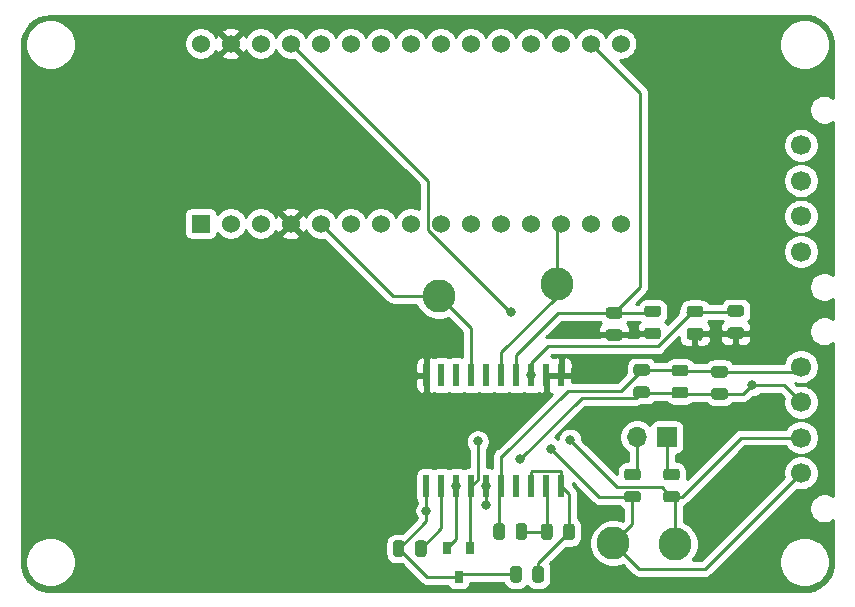
<source format=gbr>
%TF.GenerationSoftware,KiCad,Pcbnew,(5.1.6)-1*%
%TF.CreationDate,2020-08-14T18:03:55-05:00*%
%TF.ProjectId,CAN sniffer,43414e20-736e-4696-9666-65722e6b6963,rev?*%
%TF.SameCoordinates,Original*%
%TF.FileFunction,Copper,L1,Top*%
%TF.FilePolarity,Positive*%
%FSLAX46Y46*%
G04 Gerber Fmt 4.6, Leading zero omitted, Abs format (unit mm)*
G04 Created by KiCad (PCBNEW (5.1.6)-1) date 2020-08-14 18:03:55*
%MOMM*%
%LPD*%
G01*
G04 APERTURE LIST*
%TA.AperFunction,ComponentPad*%
%ADD10C,2.800000*%
%TD*%
%TA.AperFunction,ComponentPad*%
%ADD11C,1.700000*%
%TD*%
%TA.AperFunction,SMDPad,CuDef*%
%ADD12R,0.700000X1.000000*%
%TD*%
%TA.AperFunction,SMDPad,CuDef*%
%ADD13R,0.600000X1.950000*%
%TD*%
%TA.AperFunction,ComponentPad*%
%ADD14C,1.524000*%
%TD*%
%TA.AperFunction,ComponentPad*%
%ADD15R,1.524000X1.524000*%
%TD*%
%TA.AperFunction,ComponentPad*%
%ADD16O,1.700000X1.700000*%
%TD*%
%TA.AperFunction,ComponentPad*%
%ADD17R,1.700000X1.700000*%
%TD*%
%TA.AperFunction,ViaPad*%
%ADD18C,0.800000*%
%TD*%
%TA.AperFunction,Conductor*%
%ADD19C,0.250000*%
%TD*%
%TA.AperFunction,Conductor*%
%ADD20C,0.254000*%
%TD*%
G04 APERTURE END LIST*
D10*
%TO.P,TP1,1*%
%TO.N,/CAN_Tx*%
X135724900Y-87376000D03*
%TD*%
%TO.P,C7,2*%
%TO.N,Net-(C6-Pad2)*%
%TA.AperFunction,SMDPad,CuDef*%
G36*
G01*
X155690250Y-95115800D02*
X156602750Y-95115800D01*
G75*
G02*
X156846500Y-95359550I0J-243750D01*
G01*
X156846500Y-95847050D01*
G75*
G02*
X156602750Y-96090800I-243750J0D01*
G01*
X155690250Y-96090800D01*
G75*
G02*
X155446500Y-95847050I0J243750D01*
G01*
X155446500Y-95359550D01*
G75*
G02*
X155690250Y-95115800I243750J0D01*
G01*
G37*
%TD.AperFunction*%
%TO.P,C7,1*%
%TO.N,Net-(C6-Pad1)*%
%TA.AperFunction,SMDPad,CuDef*%
G36*
G01*
X155690250Y-93240800D02*
X156602750Y-93240800D01*
G75*
G02*
X156846500Y-93484550I0J-243750D01*
G01*
X156846500Y-93972050D01*
G75*
G02*
X156602750Y-94215800I-243750J0D01*
G01*
X155690250Y-94215800D01*
G75*
G02*
X155446500Y-93972050I0J243750D01*
G01*
X155446500Y-93484550D01*
G75*
G02*
X155690250Y-93240800I243750J0D01*
G01*
G37*
%TD.AperFunction*%
%TD*%
%TO.P,TP4,1*%
%TO.N,/CAN_L*%
X150507700Y-108343700D03*
%TD*%
%TO.P,TP3,1*%
%TO.N,/CAN_H*%
X155689300Y-108407200D03*
%TD*%
%TO.P,TP2,1*%
%TO.N,/CAN_Rx*%
X145707100Y-86385400D03*
%TD*%
D11*
%TO.P,J2,3*%
%TO.N,/CAN_H*%
X166395400Y-99395800D03*
%TO.P,J2,2*%
%TO.N,Net-(C6-Pad2)*%
X166395400Y-96395800D03*
%TO.P,J2,1*%
%TO.N,Net-(C6-Pad1)*%
X166395400Y-93395800D03*
%TO.P,J2,4*%
%TO.N,/CAN_L*%
X166395400Y-102395800D03*
%TD*%
D12*
%TO.P,U3,3*%
%TO.N,Net-(C6-Pad2)*%
X137401300Y-111182000D03*
%TO.P,U3,2*%
%TO.N,/CAN_L*%
X136451300Y-108782000D03*
%TO.P,U3,1*%
%TO.N,/CAN_H*%
X138351300Y-108782000D03*
%TD*%
D13*
%TO.P,U2,20*%
%TO.N,Net-(C5-Pad2)*%
X146113500Y-103518700D03*
%TO.P,U2,19*%
%TO.N,Net-(C5-Pad1)*%
X144843500Y-103518700D03*
%TO.P,U2,18*%
%TO.N,Net-(C5-Pad2)*%
X143573500Y-103518700D03*
%TO.P,U2,17*%
%TO.N,Net-(U2-Pad17)*%
X142303500Y-103518700D03*
%TO.P,U2,16*%
%TO.N,Net-(C6-Pad1)*%
X141033500Y-103518700D03*
%TO.P,U2,15*%
%TO.N,Net-(C6-Pad2)*%
X139763500Y-103518700D03*
%TO.P,U2,14*%
%TO.N,/CAN_H*%
X138493500Y-103518700D03*
%TO.P,U2,13*%
%TO.N,/CAN_L*%
X137223500Y-103518700D03*
%TO.P,U2,12*%
%TO.N,/RSlope*%
X135953500Y-103518700D03*
%TO.P,U2,11*%
%TO.N,Net-(C6-Pad2)*%
X134683500Y-103518700D03*
%TO.P,U2,10*%
%TO.N,GND*%
X134683500Y-94118700D03*
%TO.P,U2,9*%
%TO.N,Net-(U2-Pad9)*%
X135953500Y-94118700D03*
%TO.P,U2,8*%
%TO.N,Net-(U2-Pad8)*%
X137223500Y-94118700D03*
%TO.P,U2,7*%
%TO.N,/CAN_Tx*%
X138493500Y-94118700D03*
%TO.P,U2,6*%
%TO.N,Net-(U2-Pad6)*%
X139763500Y-94118700D03*
%TO.P,U2,5*%
%TO.N,/CAN_Rx*%
X141033500Y-94118700D03*
%TO.P,U2,4*%
%TO.N,+3V3*%
X142303500Y-94118700D03*
%TO.P,U2,3*%
%TO.N,+5V*%
X143573500Y-94118700D03*
%TO.P,U2,2*%
%TO.N,GND*%
X144843500Y-94118700D03*
%TO.P,U2,1*%
X146113500Y-94118700D03*
%TD*%
D14*
%TO.P,U1,30*%
%TO.N,Net-(U1-Pad30)*%
X115570000Y-66040000D03*
%TO.P,U1,29*%
%TO.N,GND*%
X118110000Y-66040000D03*
%TO.P,U1,28*%
%TO.N,Net-(U1-Pad28)*%
X120650000Y-66040000D03*
%TO.P,U1,27*%
%TO.N,+5V*%
X123190000Y-66040000D03*
%TO.P,U1,26*%
%TO.N,Net-(U1-Pad26)*%
X125730000Y-66040000D03*
%TO.P,U1,25*%
%TO.N,Net-(U1-Pad25)*%
X128270000Y-66040000D03*
%TO.P,U1,24*%
%TO.N,Net-(U1-Pad24)*%
X130810000Y-66040000D03*
%TO.P,U1,23*%
%TO.N,Net-(U1-Pad23)*%
X133350000Y-66040000D03*
%TO.P,U1,22*%
%TO.N,Net-(U1-Pad22)*%
X135890000Y-66040000D03*
%TO.P,U1,21*%
%TO.N,Net-(U1-Pad21)*%
X138430000Y-66040000D03*
%TO.P,U1,20*%
%TO.N,Net-(U1-Pad20)*%
X140970000Y-66040000D03*
%TO.P,U1,19*%
%TO.N,Net-(U1-Pad19)*%
X143510000Y-66040000D03*
%TO.P,U1,18*%
%TO.N,Net-(U1-Pad18)*%
X146050000Y-66040000D03*
%TO.P,U1,17*%
%TO.N,+3V3*%
X148590000Y-66040000D03*
%TO.P,U1,16*%
%TO.N,Net-(U1-Pad16)*%
X151130000Y-66040000D03*
%TO.P,U1,15*%
%TO.N,Net-(U1-Pad15)*%
X151130000Y-81280000D03*
%TO.P,U1,14*%
%TO.N,Net-(U1-Pad14)*%
X148590000Y-81280000D03*
%TO.P,U1,13*%
%TO.N,/CAN_Rx*%
X146050000Y-81280000D03*
%TO.P,U1,12*%
%TO.N,Net-(U1-Pad12)*%
X143510000Y-81280000D03*
%TO.P,U1,11*%
%TO.N,Net-(U1-Pad11)*%
X140970000Y-81280000D03*
%TO.P,U1,10*%
%TO.N,Net-(U1-Pad10)*%
X138430000Y-81280000D03*
%TO.P,U1,9*%
%TO.N,Net-(U1-Pad9)*%
X135890000Y-81280000D03*
%TO.P,U1,8*%
%TO.N,Net-(U1-Pad8)*%
X133350000Y-81280000D03*
%TO.P,U1,7*%
%TO.N,Net-(U1-Pad7)*%
X130810000Y-81280000D03*
%TO.P,U1,6*%
%TO.N,Net-(U1-Pad6)*%
X128270000Y-81280000D03*
%TO.P,U1,5*%
%TO.N,/CAN_Tx*%
X125730000Y-81280000D03*
%TO.P,U1,4*%
%TO.N,GND*%
X123190000Y-81280000D03*
%TO.P,U1,3*%
%TO.N,Net-(U1-Pad3)*%
X120650000Y-81280000D03*
%TO.P,U1,2*%
%TO.N,Net-(U1-Pad2)*%
X118110000Y-81280000D03*
D15*
%TO.P,U1,1*%
%TO.N,Net-(U1-Pad1)*%
X115570000Y-81280000D03*
%TD*%
%TO.P,R3,2*%
%TO.N,/CAN_L*%
%TA.AperFunction,SMDPad,CuDef*%
G36*
G01*
X151664350Y-103916900D02*
X152576850Y-103916900D01*
G75*
G02*
X152820600Y-104160650I0J-243750D01*
G01*
X152820600Y-104648150D01*
G75*
G02*
X152576850Y-104891900I-243750J0D01*
G01*
X151664350Y-104891900D01*
G75*
G02*
X151420600Y-104648150I0J243750D01*
G01*
X151420600Y-104160650D01*
G75*
G02*
X151664350Y-103916900I243750J0D01*
G01*
G37*
%TD.AperFunction*%
%TO.P,R3,1*%
%TO.N,Net-(JP1-Pad2)*%
%TA.AperFunction,SMDPad,CuDef*%
G36*
G01*
X151664350Y-102041900D02*
X152576850Y-102041900D01*
G75*
G02*
X152820600Y-102285650I0J-243750D01*
G01*
X152820600Y-102773150D01*
G75*
G02*
X152576850Y-103016900I-243750J0D01*
G01*
X151664350Y-103016900D01*
G75*
G02*
X151420600Y-102773150I0J243750D01*
G01*
X151420600Y-102285650D01*
G75*
G02*
X151664350Y-102041900I243750J0D01*
G01*
G37*
%TD.AperFunction*%
%TD*%
%TO.P,R2,2*%
%TO.N,/CAN_H*%
%TA.AperFunction,SMDPad,CuDef*%
G36*
G01*
X154966350Y-103916900D02*
X155878850Y-103916900D01*
G75*
G02*
X156122600Y-104160650I0J-243750D01*
G01*
X156122600Y-104648150D01*
G75*
G02*
X155878850Y-104891900I-243750J0D01*
G01*
X154966350Y-104891900D01*
G75*
G02*
X154722600Y-104648150I0J243750D01*
G01*
X154722600Y-104160650D01*
G75*
G02*
X154966350Y-103916900I243750J0D01*
G01*
G37*
%TD.AperFunction*%
%TO.P,R2,1*%
%TO.N,Net-(JP1-Pad1)*%
%TA.AperFunction,SMDPad,CuDef*%
G36*
G01*
X154966350Y-102041900D02*
X155878850Y-102041900D01*
G75*
G02*
X156122600Y-102285650I0J-243750D01*
G01*
X156122600Y-102773150D01*
G75*
G02*
X155878850Y-103016900I-243750J0D01*
G01*
X154966350Y-103016900D01*
G75*
G02*
X154722600Y-102773150I0J243750D01*
G01*
X154722600Y-102285650D01*
G75*
G02*
X154966350Y-102041900I243750J0D01*
G01*
G37*
%TD.AperFunction*%
%TD*%
%TO.P,R1,2*%
%TO.N,/RSlope*%
%TA.AperFunction,SMDPad,CuDef*%
G36*
G01*
X133723800Y-109257150D02*
X133723800Y-108344650D01*
G75*
G02*
X133967550Y-108100900I243750J0D01*
G01*
X134455050Y-108100900D01*
G75*
G02*
X134698800Y-108344650I0J-243750D01*
G01*
X134698800Y-109257150D01*
G75*
G02*
X134455050Y-109500900I-243750J0D01*
G01*
X133967550Y-109500900D01*
G75*
G02*
X133723800Y-109257150I0J243750D01*
G01*
G37*
%TD.AperFunction*%
%TO.P,R1,1*%
%TO.N,Net-(C6-Pad2)*%
%TA.AperFunction,SMDPad,CuDef*%
G36*
G01*
X131848800Y-109257150D02*
X131848800Y-108344650D01*
G75*
G02*
X132092550Y-108100900I243750J0D01*
G01*
X132580050Y-108100900D01*
G75*
G02*
X132823800Y-108344650I0J-243750D01*
G01*
X132823800Y-109257150D01*
G75*
G02*
X132580050Y-109500900I-243750J0D01*
G01*
X132092550Y-109500900D01*
G75*
G02*
X131848800Y-109257150I0J243750D01*
G01*
G37*
%TD.AperFunction*%
%TD*%
%TO.P,L2,2*%
%TO.N,Net-(C5-Pad2)*%
%TA.AperFunction,SMDPad,CuDef*%
G36*
G01*
X143655200Y-111428850D02*
X143655200Y-110516350D01*
G75*
G02*
X143898950Y-110272600I243750J0D01*
G01*
X144386450Y-110272600D01*
G75*
G02*
X144630200Y-110516350I0J-243750D01*
G01*
X144630200Y-111428850D01*
G75*
G02*
X144386450Y-111672600I-243750J0D01*
G01*
X143898950Y-111672600D01*
G75*
G02*
X143655200Y-111428850I0J243750D01*
G01*
G37*
%TD.AperFunction*%
%TO.P,L2,1*%
%TO.N,Net-(C6-Pad2)*%
%TA.AperFunction,SMDPad,CuDef*%
G36*
G01*
X141780200Y-111428850D02*
X141780200Y-110516350D01*
G75*
G02*
X142023950Y-110272600I243750J0D01*
G01*
X142511450Y-110272600D01*
G75*
G02*
X142755200Y-110516350I0J-243750D01*
G01*
X142755200Y-111428850D01*
G75*
G02*
X142511450Y-111672600I-243750J0D01*
G01*
X142023950Y-111672600D01*
G75*
G02*
X141780200Y-111428850I0J243750D01*
G01*
G37*
%TD.AperFunction*%
%TD*%
%TO.P,L1,2*%
%TO.N,Net-(C5-Pad1)*%
%TA.AperFunction,SMDPad,CuDef*%
G36*
G01*
X142232800Y-107809350D02*
X142232800Y-106896850D01*
G75*
G02*
X142476550Y-106653100I243750J0D01*
G01*
X142964050Y-106653100D01*
G75*
G02*
X143207800Y-106896850I0J-243750D01*
G01*
X143207800Y-107809350D01*
G75*
G02*
X142964050Y-108053100I-243750J0D01*
G01*
X142476550Y-108053100D01*
G75*
G02*
X142232800Y-107809350I0J243750D01*
G01*
G37*
%TD.AperFunction*%
%TO.P,L1,1*%
%TO.N,Net-(C6-Pad1)*%
%TA.AperFunction,SMDPad,CuDef*%
G36*
G01*
X140357800Y-107809350D02*
X140357800Y-106896850D01*
G75*
G02*
X140601550Y-106653100I243750J0D01*
G01*
X141089050Y-106653100D01*
G75*
G02*
X141332800Y-106896850I0J-243750D01*
G01*
X141332800Y-107809350D01*
G75*
G02*
X141089050Y-108053100I-243750J0D01*
G01*
X140601550Y-108053100D01*
G75*
G02*
X140357800Y-107809350I0J243750D01*
G01*
G37*
%TD.AperFunction*%
%TD*%
D16*
%TO.P,JP1,2*%
%TO.N,Net-(JP1-Pad2)*%
X152501600Y-99352100D03*
D17*
%TO.P,JP1,1*%
%TO.N,Net-(JP1-Pad1)*%
X155041600Y-99352100D03*
%TD*%
D11*
%TO.P,J1,3*%
%TO.N,/CAN_H*%
X166395400Y-80650600D03*
%TO.P,J1,2*%
%TO.N,Net-(C6-Pad2)*%
X166395400Y-77650600D03*
%TO.P,J1,1*%
%TO.N,Net-(C6-Pad1)*%
X166395400Y-74650600D03*
%TO.P,J1,4*%
%TO.N,/CAN_L*%
X166395400Y-83650600D03*
%TD*%
%TO.P,C8,2*%
%TO.N,Net-(C6-Pad2)*%
%TA.AperFunction,SMDPad,CuDef*%
G36*
G01*
X159043050Y-95217400D02*
X159955550Y-95217400D01*
G75*
G02*
X160199300Y-95461150I0J-243750D01*
G01*
X160199300Y-95948650D01*
G75*
G02*
X159955550Y-96192400I-243750J0D01*
G01*
X159043050Y-96192400D01*
G75*
G02*
X158799300Y-95948650I0J243750D01*
G01*
X158799300Y-95461150D01*
G75*
G02*
X159043050Y-95217400I243750J0D01*
G01*
G37*
%TD.AperFunction*%
%TO.P,C8,1*%
%TO.N,Net-(C6-Pad1)*%
%TA.AperFunction,SMDPad,CuDef*%
G36*
G01*
X159043050Y-93342400D02*
X159955550Y-93342400D01*
G75*
G02*
X160199300Y-93586150I0J-243750D01*
G01*
X160199300Y-94073650D01*
G75*
G02*
X159955550Y-94317400I-243750J0D01*
G01*
X159043050Y-94317400D01*
G75*
G02*
X158799300Y-94073650I0J243750D01*
G01*
X158799300Y-93586150D01*
G75*
G02*
X159043050Y-93342400I243750J0D01*
G01*
G37*
%TD.AperFunction*%
%TD*%
%TO.P,C6,2*%
%TO.N,Net-(C6-Pad2)*%
%TA.AperFunction,SMDPad,CuDef*%
G36*
G01*
X152439050Y-95065000D02*
X153351550Y-95065000D01*
G75*
G02*
X153595300Y-95308750I0J-243750D01*
G01*
X153595300Y-95796250D01*
G75*
G02*
X153351550Y-96040000I-243750J0D01*
G01*
X152439050Y-96040000D01*
G75*
G02*
X152195300Y-95796250I0J243750D01*
G01*
X152195300Y-95308750D01*
G75*
G02*
X152439050Y-95065000I243750J0D01*
G01*
G37*
%TD.AperFunction*%
%TO.P,C6,1*%
%TO.N,Net-(C6-Pad1)*%
%TA.AperFunction,SMDPad,CuDef*%
G36*
G01*
X152439050Y-93190000D02*
X153351550Y-93190000D01*
G75*
G02*
X153595300Y-93433750I0J-243750D01*
G01*
X153595300Y-93921250D01*
G75*
G02*
X153351550Y-94165000I-243750J0D01*
G01*
X152439050Y-94165000D01*
G75*
G02*
X152195300Y-93921250I0J243750D01*
G01*
X152195300Y-93433750D01*
G75*
G02*
X152439050Y-93190000I243750J0D01*
G01*
G37*
%TD.AperFunction*%
%TD*%
%TO.P,C5,2*%
%TO.N,Net-(C5-Pad2)*%
%TA.AperFunction,SMDPad,CuDef*%
G36*
G01*
X146258700Y-107834750D02*
X146258700Y-106922250D01*
G75*
G02*
X146502450Y-106678500I243750J0D01*
G01*
X146989950Y-106678500D01*
G75*
G02*
X147233700Y-106922250I0J-243750D01*
G01*
X147233700Y-107834750D01*
G75*
G02*
X146989950Y-108078500I-243750J0D01*
G01*
X146502450Y-108078500D01*
G75*
G02*
X146258700Y-107834750I0J243750D01*
G01*
G37*
%TD.AperFunction*%
%TO.P,C5,1*%
%TO.N,Net-(C5-Pad1)*%
%TA.AperFunction,SMDPad,CuDef*%
G36*
G01*
X144383700Y-107834750D02*
X144383700Y-106922250D01*
G75*
G02*
X144627450Y-106678500I243750J0D01*
G01*
X145114950Y-106678500D01*
G75*
G02*
X145358700Y-106922250I0J-243750D01*
G01*
X145358700Y-107834750D01*
G75*
G02*
X145114950Y-108078500I-243750J0D01*
G01*
X144627450Y-108078500D01*
G75*
G02*
X144383700Y-107834750I0J243750D01*
G01*
G37*
%TD.AperFunction*%
%TD*%
%TO.P,C4,2*%
%TO.N,GND*%
%TA.AperFunction,SMDPad,CuDef*%
G36*
G01*
X150114950Y-90226300D02*
X151027450Y-90226300D01*
G75*
G02*
X151271200Y-90470050I0J-243750D01*
G01*
X151271200Y-90957550D01*
G75*
G02*
X151027450Y-91201300I-243750J0D01*
G01*
X150114950Y-91201300D01*
G75*
G02*
X149871200Y-90957550I0J243750D01*
G01*
X149871200Y-90470050D01*
G75*
G02*
X150114950Y-90226300I243750J0D01*
G01*
G37*
%TD.AperFunction*%
%TO.P,C4,1*%
%TO.N,+3V3*%
%TA.AperFunction,SMDPad,CuDef*%
G36*
G01*
X150114950Y-88351300D02*
X151027450Y-88351300D01*
G75*
G02*
X151271200Y-88595050I0J-243750D01*
G01*
X151271200Y-89082550D01*
G75*
G02*
X151027450Y-89326300I-243750J0D01*
G01*
X150114950Y-89326300D01*
G75*
G02*
X149871200Y-89082550I0J243750D01*
G01*
X149871200Y-88595050D01*
G75*
G02*
X150114950Y-88351300I243750J0D01*
G01*
G37*
%TD.AperFunction*%
%TD*%
%TO.P,C3,2*%
%TO.N,GND*%
%TA.AperFunction,SMDPad,CuDef*%
G36*
G01*
X153378850Y-90097000D02*
X154291350Y-90097000D01*
G75*
G02*
X154535100Y-90340750I0J-243750D01*
G01*
X154535100Y-90828250D01*
G75*
G02*
X154291350Y-91072000I-243750J0D01*
G01*
X153378850Y-91072000D01*
G75*
G02*
X153135100Y-90828250I0J243750D01*
G01*
X153135100Y-90340750D01*
G75*
G02*
X153378850Y-90097000I243750J0D01*
G01*
G37*
%TD.AperFunction*%
%TO.P,C3,1*%
%TO.N,+3V3*%
%TA.AperFunction,SMDPad,CuDef*%
G36*
G01*
X153378850Y-88222000D02*
X154291350Y-88222000D01*
G75*
G02*
X154535100Y-88465750I0J-243750D01*
G01*
X154535100Y-88953250D01*
G75*
G02*
X154291350Y-89197000I-243750J0D01*
G01*
X153378850Y-89197000D01*
G75*
G02*
X153135100Y-88953250I0J243750D01*
G01*
X153135100Y-88465750D01*
G75*
G02*
X153378850Y-88222000I243750J0D01*
G01*
G37*
%TD.AperFunction*%
%TD*%
%TO.P,C2,2*%
%TO.N,GND*%
%TA.AperFunction,SMDPad,CuDef*%
G36*
G01*
X160401950Y-90061200D02*
X161314450Y-90061200D01*
G75*
G02*
X161558200Y-90304950I0J-243750D01*
G01*
X161558200Y-90792450D01*
G75*
G02*
X161314450Y-91036200I-243750J0D01*
G01*
X160401950Y-91036200D01*
G75*
G02*
X160158200Y-90792450I0J243750D01*
G01*
X160158200Y-90304950D01*
G75*
G02*
X160401950Y-90061200I243750J0D01*
G01*
G37*
%TD.AperFunction*%
%TO.P,C2,1*%
%TO.N,+5V*%
%TA.AperFunction,SMDPad,CuDef*%
G36*
G01*
X160401950Y-88186200D02*
X161314450Y-88186200D01*
G75*
G02*
X161558200Y-88429950I0J-243750D01*
G01*
X161558200Y-88917450D01*
G75*
G02*
X161314450Y-89161200I-243750J0D01*
G01*
X160401950Y-89161200D01*
G75*
G02*
X160158200Y-88917450I0J243750D01*
G01*
X160158200Y-88429950D01*
G75*
G02*
X160401950Y-88186200I243750J0D01*
G01*
G37*
%TD.AperFunction*%
%TD*%
%TO.P,C1,2*%
%TO.N,GND*%
%TA.AperFunction,SMDPad,CuDef*%
G36*
G01*
X156960250Y-90124700D02*
X157872750Y-90124700D01*
G75*
G02*
X158116500Y-90368450I0J-243750D01*
G01*
X158116500Y-90855950D01*
G75*
G02*
X157872750Y-91099700I-243750J0D01*
G01*
X156960250Y-91099700D01*
G75*
G02*
X156716500Y-90855950I0J243750D01*
G01*
X156716500Y-90368450D01*
G75*
G02*
X156960250Y-90124700I243750J0D01*
G01*
G37*
%TD.AperFunction*%
%TO.P,C1,1*%
%TO.N,+5V*%
%TA.AperFunction,SMDPad,CuDef*%
G36*
G01*
X156960250Y-88249700D02*
X157872750Y-88249700D01*
G75*
G02*
X158116500Y-88493450I0J-243750D01*
G01*
X158116500Y-88980950D01*
G75*
G02*
X157872750Y-89224700I-243750J0D01*
G01*
X156960250Y-89224700D01*
G75*
G02*
X156716500Y-88980950I0J243750D01*
G01*
X156716500Y-88493450D01*
G75*
G02*
X156960250Y-88249700I243750J0D01*
G01*
G37*
%TD.AperFunction*%
%TD*%
D18*
%TO.N,GND*%
X153835100Y-90584500D03*
X157416500Y-90612200D03*
%TO.N,+5V*%
X141846300Y-88798400D03*
X143573500Y-94118700D03*
%TO.N,Net-(C6-Pad2)*%
X142621000Y-101242100D03*
X139763500Y-103518700D03*
X139750800Y-105079800D03*
X134683500Y-105587800D03*
X162252900Y-94955600D03*
%TO.N,/CAN_H*%
X146850100Y-99606100D03*
X139026900Y-99733100D03*
%TO.N,/CAN_L*%
X145237200Y-100355400D03*
X137223500Y-103518700D03*
%TD*%
D19*
%TO.N,GND*%
X157848300Y-91044000D02*
X157416500Y-90612200D01*
X160794700Y-90612200D02*
X160858200Y-90548700D01*
X144843500Y-94118700D02*
X146113500Y-94118700D01*
X146113500Y-94118700D02*
X146113500Y-93228400D01*
X153705800Y-90713800D02*
X153835100Y-90584500D01*
X150571200Y-90713800D02*
X153705800Y-90713800D01*
%TO.N,+5V*%
X134802999Y-81801761D02*
X141875838Y-88874600D01*
X123190000Y-66040000D02*
X134802999Y-77652999D01*
X134802999Y-77652999D02*
X134802999Y-81801761D01*
X157416500Y-88737200D02*
X156743400Y-88737200D01*
X143573500Y-94118700D02*
X143573500Y-93052900D01*
X143573500Y-93052900D02*
X144957800Y-91668600D01*
X144957800Y-91668600D02*
X152857200Y-91668600D01*
X152857200Y-91668600D02*
X152857200Y-91658200D01*
X160794700Y-88737200D02*
X160858200Y-88673700D01*
X157416500Y-88737200D02*
X160794700Y-88737200D01*
X141875838Y-88874600D02*
X141875838Y-88827938D01*
X141875838Y-88827938D02*
X141846300Y-88798400D01*
X154255350Y-91668600D02*
X157186750Y-88737200D01*
X157186750Y-88737200D02*
X157416500Y-88737200D01*
X152857200Y-91668600D02*
X154255350Y-91668600D01*
%TO.N,+3V3*%
X153705800Y-88838800D02*
X153835100Y-88709500D01*
X150571200Y-88838800D02*
X153705800Y-88838800D01*
X149186900Y-66636900D02*
X148590000Y-66040000D01*
X145844500Y-88838800D02*
X142303500Y-92379800D01*
X142303500Y-94118700D02*
X142303500Y-92379800D01*
X150571200Y-88838800D02*
X145844500Y-88838800D01*
X150571200Y-88838800D02*
X152757900Y-86652100D01*
X152757900Y-70207900D02*
X149802850Y-67252850D01*
X152757900Y-86652100D02*
X152757900Y-70207900D01*
X148590000Y-66040000D02*
X149802850Y-67252850D01*
X149802850Y-67252850D02*
X150042999Y-67492999D01*
%TO.N,Net-(C5-Pad2)*%
X144142700Y-109982000D02*
X146746200Y-107378500D01*
X144142700Y-110972600D02*
X144142700Y-109982000D01*
X146746200Y-104151400D02*
X146113500Y-103518700D01*
X146746200Y-107378500D02*
X146746200Y-104151400D01*
X146113500Y-102293700D02*
X146113500Y-103518700D01*
X146038499Y-102218699D02*
X146113500Y-102293700D01*
X143648501Y-102218699D02*
X146038499Y-102218699D01*
X143573500Y-102293700D02*
X143648501Y-102218699D01*
X143573500Y-103518700D02*
X143573500Y-102293700D01*
%TO.N,Net-(C5-Pad1)*%
X144871200Y-103546400D02*
X144843500Y-103518700D01*
X144871200Y-107378500D02*
X144871200Y-103546400D01*
X142745700Y-107378500D02*
X142720300Y-107353100D01*
X144871200Y-107378500D02*
X142745700Y-107378500D01*
%TO.N,Net-(C6-Pad2)*%
X156248100Y-95704900D02*
X156146500Y-95603300D01*
X159499300Y-95704900D02*
X156248100Y-95704900D01*
X152946100Y-95603300D02*
X152895300Y-95552500D01*
X156146500Y-95603300D02*
X152946100Y-95603300D01*
X134683500Y-106453700D02*
X132336300Y-108800900D01*
X142058300Y-111182000D02*
X142267700Y-110972600D01*
X139763500Y-103518700D02*
X139763500Y-105067100D01*
X139763500Y-105067100D02*
X139750800Y-105079800D01*
X134683500Y-103518700D02*
X134683500Y-105587800D01*
X134683500Y-105587800D02*
X134683500Y-106453700D01*
X164955200Y-94955600D02*
X166395400Y-96395800D01*
X137610700Y-110972600D02*
X137401300Y-111182000D01*
X142267700Y-110972600D02*
X137610700Y-110972600D01*
X134717400Y-111182000D02*
X134411600Y-110876200D01*
X137401300Y-111182000D02*
X134717400Y-111182000D01*
X132336300Y-108800900D02*
X134411600Y-110876200D01*
X162252900Y-94955600D02*
X164955200Y-94955600D01*
X162189400Y-95019100D02*
X162252900Y-94955600D01*
X161503600Y-95704900D02*
X162252900Y-94955600D01*
X159499300Y-95704900D02*
X161503600Y-95704900D01*
X147825073Y-96038027D02*
X142621000Y-101242100D01*
X152409773Y-96038027D02*
X147825073Y-96038027D01*
X152895300Y-95552500D02*
X152409773Y-96038027D01*
%TO.N,Net-(C6-Pad1)*%
X140845300Y-103706900D02*
X141033500Y-103518700D01*
X140845300Y-107353100D02*
X140845300Y-103706900D01*
X156095700Y-93677500D02*
X156146500Y-93728300D01*
X152895300Y-93677500D02*
X156095700Y-93677500D01*
X159397700Y-93728300D02*
X159499300Y-93829900D01*
X156146500Y-93728300D02*
X159397700Y-93728300D01*
X166080200Y-93080600D02*
X166395400Y-93395800D01*
X166143700Y-93144100D02*
X166395400Y-93395800D01*
X165961300Y-93829900D02*
X166395400Y-93395800D01*
X159499300Y-93829900D02*
X165961300Y-93829900D01*
X146694099Y-95418701D02*
X141033500Y-101079300D01*
X151154099Y-95418701D02*
X146694099Y-95418701D01*
X152895300Y-93677500D02*
X151154099Y-95418701D01*
X141033500Y-100954600D02*
X141033500Y-101079300D01*
X141033500Y-101079300D02*
X141033500Y-103518700D01*
%TO.N,/CAN_H*%
X138351300Y-103660900D02*
X138493500Y-103518700D01*
X138351300Y-108782000D02*
X138351300Y-103660900D01*
X154610090Y-103591890D02*
X150835890Y-103591890D01*
X155422600Y-104404400D02*
X154610090Y-103591890D01*
X150835890Y-103591890D02*
X146850100Y-99606100D01*
X139026900Y-102985300D02*
X138493500Y-103518700D01*
X139026900Y-99733100D02*
X139026900Y-102985300D01*
X155689300Y-104671100D02*
X155422600Y-104404400D01*
X155689300Y-108407200D02*
X155689300Y-104671100D01*
X155422600Y-104404400D02*
X156326600Y-104404400D01*
X161335200Y-99395800D02*
X156326600Y-104404400D01*
X166395400Y-99395800D02*
X161335200Y-99395800D01*
%TO.N,/CAN_L*%
X152120600Y-106730800D02*
X150507700Y-108343700D01*
X152120600Y-104404400D02*
X152120600Y-106730800D01*
X152120600Y-104404400D02*
X149286200Y-104404400D01*
X149286200Y-104404400D02*
X145237200Y-100355400D01*
X137223500Y-108009800D02*
X137223500Y-103518700D01*
X136451300Y-108782000D02*
X137223500Y-108009800D01*
X166395400Y-102395800D02*
X158275800Y-110515400D01*
X152679400Y-110515400D02*
X150507700Y-108343700D01*
X158275800Y-110515400D02*
X152679400Y-110515400D01*
%TO.N,Net-(JP1-Pad2)*%
X152501600Y-102148400D02*
X152120600Y-102529400D01*
X152501600Y-99352100D02*
X152501600Y-102148400D01*
%TO.N,Net-(JP1-Pad1)*%
X155041600Y-102148400D02*
X155422600Y-102529400D01*
X155041600Y-99352100D02*
X155041600Y-102148400D01*
%TO.N,/RSlope*%
X135953500Y-107058700D02*
X134211300Y-108800900D01*
X135953500Y-103518700D02*
X135953500Y-107058700D01*
%TO.N,/CAN_Rx*%
X144945100Y-87147400D02*
X145707100Y-86385400D01*
X145707100Y-81622900D02*
X146050000Y-81280000D01*
X145707100Y-86385400D02*
X145707100Y-81622900D01*
X145707100Y-87471102D02*
X145707100Y-86385400D01*
X141033500Y-92144702D02*
X145707100Y-87471102D01*
X141033500Y-94118700D02*
X141033500Y-92144702D01*
%TO.N,/CAN_Tx*%
X131826000Y-87376000D02*
X125730000Y-81280000D01*
X135724900Y-87376000D02*
X131826000Y-87376000D01*
X138493500Y-90144600D02*
X135724900Y-87376000D01*
X138493500Y-94118700D02*
X138493500Y-90144600D01*
%TD*%
D20*
%TO.N,GND*%
G36*
X102909364Y-63702376D02*
G01*
X102913520Y-63702787D01*
X167020474Y-63728170D01*
X167467546Y-63832729D01*
X167898689Y-64027974D01*
X168283691Y-64303237D01*
X168607898Y-64648042D01*
X168858961Y-65049256D01*
X169027309Y-65491586D01*
X169108984Y-65972618D01*
X169113600Y-66248744D01*
X169113629Y-70629817D01*
X168956971Y-70525141D01*
X168725845Y-70429405D01*
X168480484Y-70380600D01*
X168230316Y-70380600D01*
X167984955Y-70429405D01*
X167753829Y-70525141D01*
X167545822Y-70664127D01*
X167368927Y-70841022D01*
X167229941Y-71049029D01*
X167134205Y-71280155D01*
X167085400Y-71525516D01*
X167085400Y-71775684D01*
X167134205Y-72021045D01*
X167229941Y-72252171D01*
X167368927Y-72460178D01*
X167545822Y-72637073D01*
X167753829Y-72776059D01*
X167984955Y-72871795D01*
X168230316Y-72920600D01*
X168480484Y-72920600D01*
X168725845Y-72871795D01*
X168956971Y-72776059D01*
X169113643Y-72671374D01*
X169113729Y-85629883D01*
X168956971Y-85525141D01*
X168725845Y-85429405D01*
X168480484Y-85380600D01*
X168230316Y-85380600D01*
X167984955Y-85429405D01*
X167753829Y-85525141D01*
X167545822Y-85664127D01*
X167368927Y-85841022D01*
X167229941Y-86049029D01*
X167134205Y-86280155D01*
X167085400Y-86525516D01*
X167085400Y-86775684D01*
X167134205Y-87021045D01*
X167229941Y-87252171D01*
X167368927Y-87460178D01*
X167545822Y-87637073D01*
X167753829Y-87776059D01*
X167984955Y-87871795D01*
X168230316Y-87920600D01*
X168480484Y-87920600D01*
X168725845Y-87871795D01*
X168956971Y-87776059D01*
X169113742Y-87671308D01*
X169113753Y-89375100D01*
X168956971Y-89270341D01*
X168725845Y-89174605D01*
X168480484Y-89125800D01*
X168230316Y-89125800D01*
X167984955Y-89174605D01*
X167753829Y-89270341D01*
X167545822Y-89409327D01*
X167368927Y-89586222D01*
X167229941Y-89794229D01*
X167134205Y-90025355D01*
X167085400Y-90270716D01*
X167085400Y-90520884D01*
X167134205Y-90766245D01*
X167229941Y-90997371D01*
X167368927Y-91205378D01*
X167545822Y-91382273D01*
X167753829Y-91521259D01*
X167984955Y-91616995D01*
X168230316Y-91665800D01*
X168480484Y-91665800D01*
X168725845Y-91616995D01*
X168956971Y-91521259D01*
X169113767Y-91416491D01*
X169113853Y-104375166D01*
X168956971Y-104270341D01*
X168725845Y-104174605D01*
X168480484Y-104125800D01*
X168230316Y-104125800D01*
X167984955Y-104174605D01*
X167753829Y-104270341D01*
X167545822Y-104409327D01*
X167368927Y-104586222D01*
X167229941Y-104794229D01*
X167134205Y-105025355D01*
X167085400Y-105270716D01*
X167085400Y-105520884D01*
X167134205Y-105766245D01*
X167229941Y-105997371D01*
X167368927Y-106205378D01*
X167545822Y-106382273D01*
X167753829Y-106521259D01*
X167984955Y-106616995D01*
X168230316Y-106665800D01*
X168480484Y-106665800D01*
X168725845Y-106616995D01*
X168956971Y-106521259D01*
X169113866Y-106416425D01*
X169113888Y-109651938D01*
X169113887Y-109651946D01*
X169113888Y-109652054D01*
X169113888Y-109684191D01*
X169114348Y-109688865D01*
X169121558Y-110195378D01*
X169036918Y-110657242D01*
X168864179Y-111093875D01*
X168609923Y-111488637D01*
X168283834Y-111826495D01*
X167898328Y-112094583D01*
X167468095Y-112282685D01*
X167009116Y-112383729D01*
X166489659Y-112395398D01*
X103144878Y-112370009D01*
X103134543Y-112368827D01*
X103125328Y-112368743D01*
X102592702Y-112367573D01*
X102133894Y-112275679D01*
X101701677Y-112096419D01*
X101312510Y-111836624D01*
X100981216Y-111506186D01*
X100720413Y-111117692D01*
X100540035Y-110685938D01*
X100443881Y-110212227D01*
X100431199Y-109965061D01*
X100431191Y-109733621D01*
X100708900Y-109733621D01*
X100708900Y-110154179D01*
X100790947Y-110566656D01*
X100951888Y-110955202D01*
X101185537Y-111304883D01*
X101482917Y-111602263D01*
X101832598Y-111835912D01*
X102221144Y-111996853D01*
X102633621Y-112078900D01*
X103054179Y-112078900D01*
X103466656Y-111996853D01*
X103855202Y-111835912D01*
X104204883Y-111602263D01*
X104502263Y-111304883D01*
X104735912Y-110955202D01*
X104896853Y-110566656D01*
X104978900Y-110154179D01*
X104978900Y-109733621D01*
X104896853Y-109321144D01*
X104735912Y-108932598D01*
X104502263Y-108582917D01*
X104263996Y-108344650D01*
X131210728Y-108344650D01*
X131210728Y-109257150D01*
X131227672Y-109429185D01*
X131277853Y-109594609D01*
X131359342Y-109747064D01*
X131469008Y-109880692D01*
X131602636Y-109990358D01*
X131755091Y-110071847D01*
X131920515Y-110122028D01*
X132092550Y-110138972D01*
X132580050Y-110138972D01*
X132597820Y-110137222D01*
X133900596Y-111439999D01*
X133900607Y-111440008D01*
X134153596Y-111692997D01*
X134177399Y-111722001D01*
X134293124Y-111816974D01*
X134415382Y-111882323D01*
X134425153Y-111887546D01*
X134568414Y-111931003D01*
X134717400Y-111945677D01*
X134754733Y-111942000D01*
X136470254Y-111942000D01*
X136520763Y-112036494D01*
X136600115Y-112133185D01*
X136696806Y-112212537D01*
X136807120Y-112271502D01*
X136926818Y-112307812D01*
X137051300Y-112320072D01*
X137751300Y-112320072D01*
X137875782Y-112307812D01*
X137995480Y-112271502D01*
X138105794Y-112212537D01*
X138202485Y-112133185D01*
X138281837Y-112036494D01*
X138340802Y-111926180D01*
X138377112Y-111806482D01*
X138384389Y-111732600D01*
X141199027Y-111732600D01*
X141209253Y-111766309D01*
X141290742Y-111918764D01*
X141400408Y-112052392D01*
X141534036Y-112162058D01*
X141686491Y-112243547D01*
X141851915Y-112293728D01*
X142023950Y-112310672D01*
X142511450Y-112310672D01*
X142683485Y-112293728D01*
X142848909Y-112243547D01*
X143001364Y-112162058D01*
X143134992Y-112052392D01*
X143205200Y-111966844D01*
X143275408Y-112052392D01*
X143409036Y-112162058D01*
X143561491Y-112243547D01*
X143726915Y-112293728D01*
X143898950Y-112310672D01*
X144386450Y-112310672D01*
X144558485Y-112293728D01*
X144723909Y-112243547D01*
X144876364Y-112162058D01*
X145009992Y-112052392D01*
X145119658Y-111918764D01*
X145201147Y-111766309D01*
X145251328Y-111600885D01*
X145268272Y-111428850D01*
X145268272Y-110516350D01*
X145251328Y-110344315D01*
X145201147Y-110178891D01*
X145138261Y-110061240D01*
X146484680Y-108714822D01*
X146502450Y-108716572D01*
X146989950Y-108716572D01*
X147161985Y-108699628D01*
X147327409Y-108649447D01*
X147479864Y-108567958D01*
X147613492Y-108458292D01*
X147723158Y-108324664D01*
X147804647Y-108172209D01*
X147854828Y-108006785D01*
X147871772Y-107834750D01*
X147871772Y-106922250D01*
X147854828Y-106750215D01*
X147804647Y-106584791D01*
X147723158Y-106432336D01*
X147613492Y-106298708D01*
X147506200Y-106210655D01*
X147506200Y-104188723D01*
X147509876Y-104151400D01*
X147506200Y-104114077D01*
X147506200Y-104114067D01*
X147495203Y-104002414D01*
X147451746Y-103859153D01*
X147425979Y-103810947D01*
X147381174Y-103727123D01*
X147309999Y-103640397D01*
X147286201Y-103611399D01*
X147257202Y-103587600D01*
X147051572Y-103381970D01*
X147051572Y-103244574D01*
X148722400Y-104915402D01*
X148746199Y-104944401D01*
X148861924Y-105039374D01*
X148993953Y-105109946D01*
X149137214Y-105153403D01*
X149248867Y-105164400D01*
X149248875Y-105164400D01*
X149286200Y-105168076D01*
X149323525Y-105164400D01*
X150952755Y-105164400D01*
X151040808Y-105271692D01*
X151174436Y-105381358D01*
X151326891Y-105462847D01*
X151360600Y-105473073D01*
X151360601Y-106415997D01*
X151305222Y-106471377D01*
X151101287Y-106386904D01*
X150708130Y-106308700D01*
X150307270Y-106308700D01*
X149914113Y-106386904D01*
X149543766Y-106540307D01*
X149210463Y-106763013D01*
X148927013Y-107046463D01*
X148704307Y-107379766D01*
X148550904Y-107750113D01*
X148472700Y-108143270D01*
X148472700Y-108544130D01*
X148550904Y-108937287D01*
X148704307Y-109307634D01*
X148927013Y-109640937D01*
X149210463Y-109924387D01*
X149543766Y-110147093D01*
X149914113Y-110300496D01*
X150307270Y-110378700D01*
X150708130Y-110378700D01*
X151101287Y-110300496D01*
X151305222Y-110216023D01*
X152115601Y-111026403D01*
X152139399Y-111055401D01*
X152168397Y-111079199D01*
X152255124Y-111150374D01*
X152387153Y-111220946D01*
X152530414Y-111264403D01*
X152679400Y-111279077D01*
X152716733Y-111275400D01*
X158238478Y-111275400D01*
X158275800Y-111279076D01*
X158313122Y-111275400D01*
X158313133Y-111275400D01*
X158424786Y-111264403D01*
X158568047Y-111220946D01*
X158700076Y-111150374D01*
X158815801Y-111055401D01*
X158839604Y-111026397D01*
X160132380Y-109733621D01*
X164552500Y-109733621D01*
X164552500Y-110154179D01*
X164634547Y-110566656D01*
X164795488Y-110955202D01*
X165029137Y-111304883D01*
X165326517Y-111602263D01*
X165676198Y-111835912D01*
X166064744Y-111996853D01*
X166477221Y-112078900D01*
X166897779Y-112078900D01*
X167310256Y-111996853D01*
X167698802Y-111835912D01*
X168048483Y-111602263D01*
X168345863Y-111304883D01*
X168579512Y-110955202D01*
X168740453Y-110566656D01*
X168822500Y-110154179D01*
X168822500Y-109733621D01*
X168740453Y-109321144D01*
X168579512Y-108932598D01*
X168345863Y-108582917D01*
X168048483Y-108285537D01*
X167698802Y-108051888D01*
X167310256Y-107890947D01*
X166897779Y-107808900D01*
X166477221Y-107808900D01*
X166064744Y-107890947D01*
X165676198Y-108051888D01*
X165326517Y-108285537D01*
X165029137Y-108582917D01*
X164795488Y-108932598D01*
X164634547Y-109321144D01*
X164552500Y-109733621D01*
X160132380Y-109733621D01*
X166028993Y-103837010D01*
X166249140Y-103880800D01*
X166541660Y-103880800D01*
X166828558Y-103823732D01*
X167098811Y-103711790D01*
X167342032Y-103549275D01*
X167548875Y-103342432D01*
X167711390Y-103099211D01*
X167823332Y-102828958D01*
X167880400Y-102542060D01*
X167880400Y-102249540D01*
X167823332Y-101962642D01*
X167711390Y-101692389D01*
X167548875Y-101449168D01*
X167342032Y-101242325D01*
X167098811Y-101079810D01*
X166828558Y-100967868D01*
X166541660Y-100910800D01*
X166249140Y-100910800D01*
X165962242Y-100967868D01*
X165691989Y-101079810D01*
X165448768Y-101242325D01*
X165241925Y-101449168D01*
X165079410Y-101692389D01*
X164967468Y-101962642D01*
X164910400Y-102249540D01*
X164910400Y-102542060D01*
X164954190Y-102762207D01*
X157960999Y-109755400D01*
X157219024Y-109755400D01*
X157269987Y-109704437D01*
X157492693Y-109371134D01*
X157646096Y-109000787D01*
X157724300Y-108607630D01*
X157724300Y-108206770D01*
X157646096Y-107813613D01*
X157492693Y-107443266D01*
X157269987Y-107109963D01*
X156986537Y-106826513D01*
X156653234Y-106603807D01*
X156449300Y-106519335D01*
X156449300Y-105315264D01*
X156502392Y-105271692D01*
X156612058Y-105138064D01*
X156630383Y-105103780D01*
X156750876Y-105039374D01*
X156866601Y-104944401D01*
X156890404Y-104915397D01*
X161650002Y-100155800D01*
X165117222Y-100155800D01*
X165241925Y-100342432D01*
X165448768Y-100549275D01*
X165691989Y-100711790D01*
X165962242Y-100823732D01*
X166249140Y-100880800D01*
X166541660Y-100880800D01*
X166828558Y-100823732D01*
X167098811Y-100711790D01*
X167342032Y-100549275D01*
X167548875Y-100342432D01*
X167711390Y-100099211D01*
X167823332Y-99828958D01*
X167880400Y-99542060D01*
X167880400Y-99249540D01*
X167823332Y-98962642D01*
X167711390Y-98692389D01*
X167548875Y-98449168D01*
X167342032Y-98242325D01*
X167098811Y-98079810D01*
X166828558Y-97967868D01*
X166541660Y-97910800D01*
X166249140Y-97910800D01*
X165962242Y-97967868D01*
X165691989Y-98079810D01*
X165448768Y-98242325D01*
X165241925Y-98449168D01*
X165117222Y-98635800D01*
X161372522Y-98635800D01*
X161335199Y-98632124D01*
X161297876Y-98635800D01*
X161297867Y-98635800D01*
X161186214Y-98646797D01*
X161047433Y-98688895D01*
X161042953Y-98690254D01*
X160910923Y-98760826D01*
X160843822Y-98815895D01*
X160795199Y-98855799D01*
X160771401Y-98884797D01*
X156747302Y-102908897D01*
X156760672Y-102773150D01*
X156760672Y-102285650D01*
X156743728Y-102113615D01*
X156693547Y-101948191D01*
X156612058Y-101795736D01*
X156502392Y-101662108D01*
X156368764Y-101552442D01*
X156216309Y-101470953D01*
X156050885Y-101420772D01*
X155878850Y-101403828D01*
X155801600Y-101403828D01*
X155801600Y-100840172D01*
X155891600Y-100840172D01*
X156016082Y-100827912D01*
X156135780Y-100791602D01*
X156246094Y-100732637D01*
X156342785Y-100653285D01*
X156422137Y-100556594D01*
X156481102Y-100446280D01*
X156517412Y-100326582D01*
X156529672Y-100202100D01*
X156529672Y-98502100D01*
X156517412Y-98377618D01*
X156481102Y-98257920D01*
X156422137Y-98147606D01*
X156342785Y-98050915D01*
X156246094Y-97971563D01*
X156135780Y-97912598D01*
X156016082Y-97876288D01*
X155891600Y-97864028D01*
X154191600Y-97864028D01*
X154067118Y-97876288D01*
X153947420Y-97912598D01*
X153837106Y-97971563D01*
X153740415Y-98050915D01*
X153661063Y-98147606D01*
X153602098Y-98257920D01*
X153580087Y-98330480D01*
X153448232Y-98198625D01*
X153205011Y-98036110D01*
X152934758Y-97924168D01*
X152647860Y-97867100D01*
X152355340Y-97867100D01*
X152068442Y-97924168D01*
X151798189Y-98036110D01*
X151554968Y-98198625D01*
X151348125Y-98405468D01*
X151185610Y-98648689D01*
X151073668Y-98918942D01*
X151016600Y-99205840D01*
X151016600Y-99498360D01*
X151073668Y-99785258D01*
X151185610Y-100055511D01*
X151348125Y-100298732D01*
X151554968Y-100505575D01*
X151741600Y-100630279D01*
X151741601Y-101403828D01*
X151664350Y-101403828D01*
X151492315Y-101420772D01*
X151326891Y-101470953D01*
X151174436Y-101552442D01*
X151040808Y-101662108D01*
X150931142Y-101795736D01*
X150849653Y-101948191D01*
X150799472Y-102113615D01*
X150782528Y-102285650D01*
X150782528Y-102463726D01*
X147885100Y-99566299D01*
X147885100Y-99504161D01*
X147845326Y-99304202D01*
X147767305Y-99115844D01*
X147654037Y-98946326D01*
X147509874Y-98802163D01*
X147340356Y-98688895D01*
X147151998Y-98610874D01*
X146952039Y-98571100D01*
X146748161Y-98571100D01*
X146548202Y-98610874D01*
X146359844Y-98688895D01*
X146190326Y-98802163D01*
X146046163Y-98946326D01*
X145932895Y-99115844D01*
X145854874Y-99304202D01*
X145816400Y-99497625D01*
X145727456Y-99438195D01*
X145566413Y-99371488D01*
X148139875Y-96798027D01*
X152372451Y-96798027D01*
X152409773Y-96801703D01*
X152447095Y-96798027D01*
X152447106Y-96798027D01*
X152558759Y-96787030D01*
X152702020Y-96743573D01*
X152824562Y-96678072D01*
X153351550Y-96678072D01*
X153523585Y-96661128D01*
X153689009Y-96610947D01*
X153841464Y-96529458D01*
X153975092Y-96419792D01*
X154021454Y-96363300D01*
X154978655Y-96363300D01*
X155066708Y-96470592D01*
X155200336Y-96580258D01*
X155352791Y-96661747D01*
X155518215Y-96711928D01*
X155690250Y-96728872D01*
X156602750Y-96728872D01*
X156774785Y-96711928D01*
X156940209Y-96661747D01*
X157092664Y-96580258D01*
X157226292Y-96470592D01*
X157230963Y-96464900D01*
X158331455Y-96464900D01*
X158419508Y-96572192D01*
X158553136Y-96681858D01*
X158705591Y-96763347D01*
X158871015Y-96813528D01*
X159043050Y-96830472D01*
X159955550Y-96830472D01*
X160127585Y-96813528D01*
X160293009Y-96763347D01*
X160445464Y-96681858D01*
X160579092Y-96572192D01*
X160667145Y-96464900D01*
X161466278Y-96464900D01*
X161503600Y-96468576D01*
X161540922Y-96464900D01*
X161540933Y-96464900D01*
X161652586Y-96453903D01*
X161795847Y-96410446D01*
X161927876Y-96339874D01*
X162043601Y-96244901D01*
X162067403Y-96215898D01*
X162292701Y-95990600D01*
X162354839Y-95990600D01*
X162554798Y-95950826D01*
X162743156Y-95872805D01*
X162912674Y-95759537D01*
X162956611Y-95715600D01*
X164640399Y-95715600D01*
X164954191Y-96029392D01*
X164910400Y-96249540D01*
X164910400Y-96542060D01*
X164967468Y-96828958D01*
X165079410Y-97099211D01*
X165241925Y-97342432D01*
X165448768Y-97549275D01*
X165691989Y-97711790D01*
X165962242Y-97823732D01*
X166249140Y-97880800D01*
X166541660Y-97880800D01*
X166828558Y-97823732D01*
X167098811Y-97711790D01*
X167342032Y-97549275D01*
X167548875Y-97342432D01*
X167711390Y-97099211D01*
X167823332Y-96828958D01*
X167880400Y-96542060D01*
X167880400Y-96249540D01*
X167823332Y-95962642D01*
X167711390Y-95692389D01*
X167548875Y-95449168D01*
X167342032Y-95242325D01*
X167098811Y-95079810D01*
X166828558Y-94967868D01*
X166541660Y-94910800D01*
X166249140Y-94910800D01*
X166028992Y-94954591D01*
X165852802Y-94778401D01*
X165962242Y-94823732D01*
X166249140Y-94880800D01*
X166541660Y-94880800D01*
X166828558Y-94823732D01*
X167098811Y-94711790D01*
X167342032Y-94549275D01*
X167548875Y-94342432D01*
X167711390Y-94099211D01*
X167823332Y-93828958D01*
X167880400Y-93542060D01*
X167880400Y-93249540D01*
X167823332Y-92962642D01*
X167711390Y-92692389D01*
X167548875Y-92449168D01*
X167342032Y-92242325D01*
X167098811Y-92079810D01*
X166828558Y-91967868D01*
X166541660Y-91910800D01*
X166249140Y-91910800D01*
X165962242Y-91967868D01*
X165691989Y-92079810D01*
X165448768Y-92242325D01*
X165241925Y-92449168D01*
X165079410Y-92692389D01*
X164967468Y-92962642D01*
X164946133Y-93069900D01*
X160667145Y-93069900D01*
X160579092Y-92962608D01*
X160445464Y-92852942D01*
X160293009Y-92771453D01*
X160127585Y-92721272D01*
X159955550Y-92704328D01*
X159043050Y-92704328D01*
X158871015Y-92721272D01*
X158705591Y-92771453D01*
X158553136Y-92852942D01*
X158419508Y-92962608D01*
X158414837Y-92968300D01*
X157314345Y-92968300D01*
X157226292Y-92861008D01*
X157092664Y-92751342D01*
X156940209Y-92669853D01*
X156774785Y-92619672D01*
X156602750Y-92602728D01*
X155690250Y-92602728D01*
X155518215Y-92619672D01*
X155352791Y-92669853D01*
X155200336Y-92751342D01*
X155066708Y-92861008D01*
X155020346Y-92917500D01*
X154063145Y-92917500D01*
X153975092Y-92810208D01*
X153841464Y-92700542D01*
X153689009Y-92619053D01*
X153523585Y-92568872D01*
X153351550Y-92551928D01*
X152439050Y-92551928D01*
X152267015Y-92568872D01*
X152101591Y-92619053D01*
X151949136Y-92700542D01*
X151815508Y-92810208D01*
X151705842Y-92943836D01*
X151624353Y-93096291D01*
X151574172Y-93261715D01*
X151557228Y-93433750D01*
X151557228Y-93921250D01*
X151558978Y-93939020D01*
X150839298Y-94658701D01*
X147049633Y-94658701D01*
X147048500Y-94404450D01*
X146889750Y-94245700D01*
X146240500Y-94245700D01*
X146240500Y-94265700D01*
X145986500Y-94265700D01*
X145986500Y-94245700D01*
X144970500Y-94245700D01*
X144970500Y-95569950D01*
X145129250Y-95728700D01*
X145143500Y-95731772D01*
X145267982Y-95719512D01*
X145340477Y-95697521D01*
X140809711Y-100228288D01*
X140741253Y-100249054D01*
X140609224Y-100319626D01*
X140493499Y-100414599D01*
X140398526Y-100530325D01*
X140327954Y-100662354D01*
X140284497Y-100805615D01*
X140273500Y-100917268D01*
X140273500Y-101041978D01*
X140269824Y-101079300D01*
X140273500Y-101116623D01*
X140273500Y-101943830D01*
X140187982Y-101917888D01*
X140063500Y-101905628D01*
X139786900Y-101905628D01*
X139786900Y-100436811D01*
X139830837Y-100392874D01*
X139944105Y-100223356D01*
X140022126Y-100034998D01*
X140061900Y-99835039D01*
X140061900Y-99631161D01*
X140022126Y-99431202D01*
X139944105Y-99242844D01*
X139830837Y-99073326D01*
X139686674Y-98929163D01*
X139517156Y-98815895D01*
X139328798Y-98737874D01*
X139128839Y-98698100D01*
X138924961Y-98698100D01*
X138725002Y-98737874D01*
X138536644Y-98815895D01*
X138367126Y-98929163D01*
X138222963Y-99073326D01*
X138109695Y-99242844D01*
X138031674Y-99431202D01*
X137991900Y-99631161D01*
X137991900Y-99835039D01*
X138031674Y-100034998D01*
X138109695Y-100223356D01*
X138222963Y-100392874D01*
X138266900Y-100436811D01*
X138266901Y-101905628D01*
X138193500Y-101905628D01*
X138069018Y-101917888D01*
X137949320Y-101954198D01*
X137858500Y-102002743D01*
X137767680Y-101954198D01*
X137647982Y-101917888D01*
X137523500Y-101905628D01*
X136923500Y-101905628D01*
X136799018Y-101917888D01*
X136679320Y-101954198D01*
X136588500Y-102002743D01*
X136497680Y-101954198D01*
X136377982Y-101917888D01*
X136253500Y-101905628D01*
X135653500Y-101905628D01*
X135529018Y-101917888D01*
X135409320Y-101954198D01*
X135318500Y-102002743D01*
X135227680Y-101954198D01*
X135107982Y-101917888D01*
X134983500Y-101905628D01*
X134383500Y-101905628D01*
X134259018Y-101917888D01*
X134139320Y-101954198D01*
X134029006Y-102013163D01*
X133932315Y-102092515D01*
X133852963Y-102189206D01*
X133793998Y-102299520D01*
X133757688Y-102419218D01*
X133745428Y-102543700D01*
X133745428Y-104493700D01*
X133757688Y-104618182D01*
X133793998Y-104737880D01*
X133852963Y-104848194D01*
X133900938Y-104906651D01*
X133879563Y-104928026D01*
X133766295Y-105097544D01*
X133688274Y-105285902D01*
X133648500Y-105485861D01*
X133648500Y-105689739D01*
X133688274Y-105889698D01*
X133766295Y-106078056D01*
X133853632Y-106208766D01*
X132597820Y-107464578D01*
X132580050Y-107462828D01*
X132092550Y-107462828D01*
X131920515Y-107479772D01*
X131755091Y-107529953D01*
X131602636Y-107611442D01*
X131469008Y-107721108D01*
X131359342Y-107854736D01*
X131277853Y-108007191D01*
X131227672Y-108172615D01*
X131210728Y-108344650D01*
X104263996Y-108344650D01*
X104204883Y-108285537D01*
X103855202Y-108051888D01*
X103466656Y-107890947D01*
X103054179Y-107808900D01*
X102633621Y-107808900D01*
X102221144Y-107890947D01*
X101832598Y-108051888D01*
X101482917Y-108285537D01*
X101185537Y-108582917D01*
X100951888Y-108932598D01*
X100790947Y-109321144D01*
X100708900Y-109733621D01*
X100431191Y-109733621D01*
X100430631Y-95093700D01*
X133745428Y-95093700D01*
X133757688Y-95218182D01*
X133793998Y-95337880D01*
X133852963Y-95448194D01*
X133932315Y-95544885D01*
X134029006Y-95624237D01*
X134139320Y-95683202D01*
X134259018Y-95719512D01*
X134383500Y-95731772D01*
X134397750Y-95728700D01*
X134556500Y-95569950D01*
X134556500Y-94245700D01*
X133907250Y-94245700D01*
X133748500Y-94404450D01*
X133745428Y-95093700D01*
X100430631Y-95093700D01*
X100430557Y-93143700D01*
X133745428Y-93143700D01*
X133748500Y-93832950D01*
X133907250Y-93991700D01*
X134556500Y-93991700D01*
X134556500Y-92667450D01*
X134397750Y-92508700D01*
X134383500Y-92505628D01*
X134259018Y-92517888D01*
X134139320Y-92554198D01*
X134029006Y-92613163D01*
X133932315Y-92692515D01*
X133852963Y-92789206D01*
X133793998Y-92899520D01*
X133757688Y-93019218D01*
X133745428Y-93143700D01*
X100430557Y-93143700D01*
X100430072Y-80518000D01*
X114169928Y-80518000D01*
X114169928Y-82042000D01*
X114182188Y-82166482D01*
X114218498Y-82286180D01*
X114277463Y-82396494D01*
X114356815Y-82493185D01*
X114453506Y-82572537D01*
X114563820Y-82631502D01*
X114683518Y-82667812D01*
X114808000Y-82680072D01*
X116332000Y-82680072D01*
X116456482Y-82667812D01*
X116576180Y-82631502D01*
X116686494Y-82572537D01*
X116783185Y-82493185D01*
X116862537Y-82396494D01*
X116921502Y-82286180D01*
X116957812Y-82166482D01*
X116966080Y-82082535D01*
X117024880Y-82170535D01*
X117219465Y-82365120D01*
X117448273Y-82518005D01*
X117702510Y-82623314D01*
X117972408Y-82677000D01*
X118247592Y-82677000D01*
X118517490Y-82623314D01*
X118771727Y-82518005D01*
X119000535Y-82365120D01*
X119195120Y-82170535D01*
X119348005Y-81941727D01*
X119380000Y-81864485D01*
X119411995Y-81941727D01*
X119564880Y-82170535D01*
X119759465Y-82365120D01*
X119988273Y-82518005D01*
X120242510Y-82623314D01*
X120512408Y-82677000D01*
X120787592Y-82677000D01*
X121057490Y-82623314D01*
X121311727Y-82518005D01*
X121540535Y-82365120D01*
X121660090Y-82245565D01*
X122404040Y-82245565D01*
X122471020Y-82485656D01*
X122720048Y-82602756D01*
X122987135Y-82669023D01*
X123262017Y-82681910D01*
X123534133Y-82640922D01*
X123793023Y-82547636D01*
X123908980Y-82485656D01*
X123975960Y-82245565D01*
X123190000Y-81459605D01*
X122404040Y-82245565D01*
X121660090Y-82245565D01*
X121735120Y-82170535D01*
X121888005Y-81941727D01*
X121917692Y-81870057D01*
X121922364Y-81883023D01*
X121984344Y-81998980D01*
X122224435Y-82065960D01*
X123010395Y-81280000D01*
X122224435Y-80494040D01*
X121984344Y-80561020D01*
X121920515Y-80696760D01*
X121888005Y-80618273D01*
X121735120Y-80389465D01*
X121660090Y-80314435D01*
X122404040Y-80314435D01*
X123190000Y-81100395D01*
X123975960Y-80314435D01*
X123908980Y-80074344D01*
X123659952Y-79957244D01*
X123392865Y-79890977D01*
X123117983Y-79878090D01*
X122845867Y-79919078D01*
X122586977Y-80012364D01*
X122471020Y-80074344D01*
X122404040Y-80314435D01*
X121660090Y-80314435D01*
X121540535Y-80194880D01*
X121311727Y-80041995D01*
X121057490Y-79936686D01*
X120787592Y-79883000D01*
X120512408Y-79883000D01*
X120242510Y-79936686D01*
X119988273Y-80041995D01*
X119759465Y-80194880D01*
X119564880Y-80389465D01*
X119411995Y-80618273D01*
X119380000Y-80695515D01*
X119348005Y-80618273D01*
X119195120Y-80389465D01*
X119000535Y-80194880D01*
X118771727Y-80041995D01*
X118517490Y-79936686D01*
X118247592Y-79883000D01*
X117972408Y-79883000D01*
X117702510Y-79936686D01*
X117448273Y-80041995D01*
X117219465Y-80194880D01*
X117024880Y-80389465D01*
X116966080Y-80477465D01*
X116957812Y-80393518D01*
X116921502Y-80273820D01*
X116862537Y-80163506D01*
X116783185Y-80066815D01*
X116686494Y-79987463D01*
X116576180Y-79928498D01*
X116456482Y-79892188D01*
X116332000Y-79879928D01*
X114808000Y-79879928D01*
X114683518Y-79892188D01*
X114563820Y-79928498D01*
X114453506Y-79987463D01*
X114356815Y-80066815D01*
X114277463Y-80163506D01*
X114218498Y-80273820D01*
X114182188Y-80393518D01*
X114169928Y-80518000D01*
X100430072Y-80518000D01*
X100429521Y-66148473D01*
X100453372Y-65905221D01*
X100708900Y-65905221D01*
X100708900Y-66325779D01*
X100790947Y-66738256D01*
X100951888Y-67126802D01*
X101185537Y-67476483D01*
X101482917Y-67773863D01*
X101832598Y-68007512D01*
X102221144Y-68168453D01*
X102633621Y-68250500D01*
X103054179Y-68250500D01*
X103466656Y-68168453D01*
X103855202Y-68007512D01*
X104204883Y-67773863D01*
X104502263Y-67476483D01*
X104735912Y-67126802D01*
X104896853Y-66738256D01*
X104978900Y-66325779D01*
X104978900Y-65905221D01*
X104978341Y-65902408D01*
X114173000Y-65902408D01*
X114173000Y-66177592D01*
X114226686Y-66447490D01*
X114331995Y-66701727D01*
X114484880Y-66930535D01*
X114679465Y-67125120D01*
X114908273Y-67278005D01*
X115162510Y-67383314D01*
X115432408Y-67437000D01*
X115707592Y-67437000D01*
X115977490Y-67383314D01*
X116231727Y-67278005D01*
X116460535Y-67125120D01*
X116580090Y-67005565D01*
X117324040Y-67005565D01*
X117391020Y-67245656D01*
X117640048Y-67362756D01*
X117907135Y-67429023D01*
X118182017Y-67441910D01*
X118454133Y-67400922D01*
X118713023Y-67307636D01*
X118828980Y-67245656D01*
X118895960Y-67005565D01*
X118110000Y-66219605D01*
X117324040Y-67005565D01*
X116580090Y-67005565D01*
X116655120Y-66930535D01*
X116808005Y-66701727D01*
X116837692Y-66630057D01*
X116842364Y-66643023D01*
X116904344Y-66758980D01*
X117144435Y-66825960D01*
X117930395Y-66040000D01*
X118289605Y-66040000D01*
X119075565Y-66825960D01*
X119315656Y-66758980D01*
X119379485Y-66623240D01*
X119411995Y-66701727D01*
X119564880Y-66930535D01*
X119759465Y-67125120D01*
X119988273Y-67278005D01*
X120242510Y-67383314D01*
X120512408Y-67437000D01*
X120787592Y-67437000D01*
X121057490Y-67383314D01*
X121311727Y-67278005D01*
X121540535Y-67125120D01*
X121735120Y-66930535D01*
X121888005Y-66701727D01*
X121920000Y-66624485D01*
X121951995Y-66701727D01*
X122104880Y-66930535D01*
X122299465Y-67125120D01*
X122528273Y-67278005D01*
X122782510Y-67383314D01*
X123052408Y-67437000D01*
X123327592Y-67437000D01*
X123481571Y-67406372D01*
X134042999Y-77967801D01*
X134043000Y-80062891D01*
X134011727Y-80041995D01*
X133757490Y-79936686D01*
X133487592Y-79883000D01*
X133212408Y-79883000D01*
X132942510Y-79936686D01*
X132688273Y-80041995D01*
X132459465Y-80194880D01*
X132264880Y-80389465D01*
X132111995Y-80618273D01*
X132080000Y-80695515D01*
X132048005Y-80618273D01*
X131895120Y-80389465D01*
X131700535Y-80194880D01*
X131471727Y-80041995D01*
X131217490Y-79936686D01*
X130947592Y-79883000D01*
X130672408Y-79883000D01*
X130402510Y-79936686D01*
X130148273Y-80041995D01*
X129919465Y-80194880D01*
X129724880Y-80389465D01*
X129571995Y-80618273D01*
X129540000Y-80695515D01*
X129508005Y-80618273D01*
X129355120Y-80389465D01*
X129160535Y-80194880D01*
X128931727Y-80041995D01*
X128677490Y-79936686D01*
X128407592Y-79883000D01*
X128132408Y-79883000D01*
X127862510Y-79936686D01*
X127608273Y-80041995D01*
X127379465Y-80194880D01*
X127184880Y-80389465D01*
X127031995Y-80618273D01*
X127000000Y-80695515D01*
X126968005Y-80618273D01*
X126815120Y-80389465D01*
X126620535Y-80194880D01*
X126391727Y-80041995D01*
X126137490Y-79936686D01*
X125867592Y-79883000D01*
X125592408Y-79883000D01*
X125322510Y-79936686D01*
X125068273Y-80041995D01*
X124839465Y-80194880D01*
X124644880Y-80389465D01*
X124491995Y-80618273D01*
X124462308Y-80689943D01*
X124457636Y-80676977D01*
X124395656Y-80561020D01*
X124155565Y-80494040D01*
X123369605Y-81280000D01*
X124155565Y-82065960D01*
X124395656Y-81998980D01*
X124459485Y-81863240D01*
X124491995Y-81941727D01*
X124644880Y-82170535D01*
X124839465Y-82365120D01*
X125068273Y-82518005D01*
X125322510Y-82623314D01*
X125592408Y-82677000D01*
X125867592Y-82677000D01*
X126021571Y-82646372D01*
X131262200Y-87887002D01*
X131285999Y-87916001D01*
X131314997Y-87939799D01*
X131401723Y-88010974D01*
X131520620Y-88074526D01*
X131533753Y-88081546D01*
X131677014Y-88125003D01*
X131788667Y-88136000D01*
X131788677Y-88136000D01*
X131826000Y-88139676D01*
X131863323Y-88136000D01*
X133837035Y-88136000D01*
X133921507Y-88339934D01*
X134144213Y-88673237D01*
X134427663Y-88956687D01*
X134760966Y-89179393D01*
X135131313Y-89332796D01*
X135524470Y-89411000D01*
X135925330Y-89411000D01*
X136318487Y-89332796D01*
X136522422Y-89248323D01*
X137733501Y-90459403D01*
X137733500Y-92543830D01*
X137647982Y-92517888D01*
X137523500Y-92505628D01*
X136923500Y-92505628D01*
X136799018Y-92517888D01*
X136679320Y-92554198D01*
X136588500Y-92602743D01*
X136497680Y-92554198D01*
X136377982Y-92517888D01*
X136253500Y-92505628D01*
X135653500Y-92505628D01*
X135529018Y-92517888D01*
X135409320Y-92554198D01*
X135318500Y-92602743D01*
X135227680Y-92554198D01*
X135107982Y-92517888D01*
X134983500Y-92505628D01*
X134969250Y-92508700D01*
X134810500Y-92667450D01*
X134810500Y-93991700D01*
X134830500Y-93991700D01*
X134830500Y-94245700D01*
X134810500Y-94245700D01*
X134810500Y-95569950D01*
X134969250Y-95728700D01*
X134983500Y-95731772D01*
X135107982Y-95719512D01*
X135227680Y-95683202D01*
X135318500Y-95634657D01*
X135409320Y-95683202D01*
X135529018Y-95719512D01*
X135653500Y-95731772D01*
X136253500Y-95731772D01*
X136377982Y-95719512D01*
X136497680Y-95683202D01*
X136588500Y-95634657D01*
X136679320Y-95683202D01*
X136799018Y-95719512D01*
X136923500Y-95731772D01*
X137523500Y-95731772D01*
X137647982Y-95719512D01*
X137767680Y-95683202D01*
X137858500Y-95634657D01*
X137949320Y-95683202D01*
X138069018Y-95719512D01*
X138193500Y-95731772D01*
X138793500Y-95731772D01*
X138917982Y-95719512D01*
X139037680Y-95683202D01*
X139128500Y-95634657D01*
X139219320Y-95683202D01*
X139339018Y-95719512D01*
X139463500Y-95731772D01*
X140063500Y-95731772D01*
X140187982Y-95719512D01*
X140307680Y-95683202D01*
X140398500Y-95634657D01*
X140489320Y-95683202D01*
X140609018Y-95719512D01*
X140733500Y-95731772D01*
X141333500Y-95731772D01*
X141457982Y-95719512D01*
X141577680Y-95683202D01*
X141668500Y-95634657D01*
X141759320Y-95683202D01*
X141879018Y-95719512D01*
X142003500Y-95731772D01*
X142603500Y-95731772D01*
X142727982Y-95719512D01*
X142847680Y-95683202D01*
X142938500Y-95634657D01*
X143029320Y-95683202D01*
X143149018Y-95719512D01*
X143273500Y-95731772D01*
X143873500Y-95731772D01*
X143997982Y-95719512D01*
X144117680Y-95683202D01*
X144208500Y-95634657D01*
X144299320Y-95683202D01*
X144419018Y-95719512D01*
X144543500Y-95731772D01*
X144557750Y-95728700D01*
X144716500Y-95569950D01*
X144716500Y-94245700D01*
X144696500Y-94245700D01*
X144696500Y-93991700D01*
X144716500Y-93991700D01*
X144716500Y-93971700D01*
X144970500Y-93971700D01*
X144970500Y-93991700D01*
X145986500Y-93991700D01*
X145986500Y-92667450D01*
X146240500Y-92667450D01*
X146240500Y-93991700D01*
X146889750Y-93991700D01*
X147048500Y-93832950D01*
X147051572Y-93143700D01*
X147039312Y-93019218D01*
X147003002Y-92899520D01*
X146944037Y-92789206D01*
X146864685Y-92692515D01*
X146767994Y-92613163D01*
X146657680Y-92554198D01*
X146537982Y-92517888D01*
X146413500Y-92505628D01*
X146399250Y-92508700D01*
X146240500Y-92667450D01*
X145986500Y-92667450D01*
X145827750Y-92508700D01*
X145813500Y-92505628D01*
X145689018Y-92517888D01*
X145569320Y-92554198D01*
X145478500Y-92602743D01*
X145387680Y-92554198D01*
X145267982Y-92517888D01*
X145190905Y-92510297D01*
X145272602Y-92428600D01*
X152819867Y-92428600D01*
X152857200Y-92432277D01*
X152894533Y-92428600D01*
X154218028Y-92428600D01*
X154255350Y-92432276D01*
X154292672Y-92428600D01*
X154292683Y-92428600D01*
X154404336Y-92417603D01*
X154547597Y-92374146D01*
X154679626Y-92303574D01*
X154795351Y-92208601D01*
X154819154Y-92179597D01*
X156081202Y-90917550D01*
X156078428Y-91099700D01*
X156090688Y-91224182D01*
X156126998Y-91343880D01*
X156185963Y-91454194D01*
X156265315Y-91550885D01*
X156362006Y-91630237D01*
X156472320Y-91689202D01*
X156592018Y-91725512D01*
X156716500Y-91737772D01*
X157130750Y-91734700D01*
X157289500Y-91575950D01*
X157289500Y-90739200D01*
X157543500Y-90739200D01*
X157543500Y-91575950D01*
X157702250Y-91734700D01*
X158116500Y-91737772D01*
X158240982Y-91725512D01*
X158360680Y-91689202D01*
X158470994Y-91630237D01*
X158567685Y-91550885D01*
X158647037Y-91454194D01*
X158706002Y-91343880D01*
X158742312Y-91224182D01*
X158754572Y-91099700D01*
X158753606Y-91036200D01*
X159520128Y-91036200D01*
X159532388Y-91160682D01*
X159568698Y-91280380D01*
X159627663Y-91390694D01*
X159707015Y-91487385D01*
X159803706Y-91566737D01*
X159914020Y-91625702D01*
X160033718Y-91662012D01*
X160158200Y-91674272D01*
X160572450Y-91671200D01*
X160731200Y-91512450D01*
X160731200Y-90675700D01*
X160985200Y-90675700D01*
X160985200Y-91512450D01*
X161143950Y-91671200D01*
X161558200Y-91674272D01*
X161682682Y-91662012D01*
X161802380Y-91625702D01*
X161912694Y-91566737D01*
X162009385Y-91487385D01*
X162088737Y-91390694D01*
X162147702Y-91280380D01*
X162184012Y-91160682D01*
X162196272Y-91036200D01*
X162193200Y-90834450D01*
X162034450Y-90675700D01*
X160985200Y-90675700D01*
X160731200Y-90675700D01*
X159681950Y-90675700D01*
X159523200Y-90834450D01*
X159520128Y-91036200D01*
X158753606Y-91036200D01*
X158751500Y-90897950D01*
X158592750Y-90739200D01*
X157543500Y-90739200D01*
X157289500Y-90739200D01*
X157269500Y-90739200D01*
X157269500Y-90485200D01*
X157289500Y-90485200D01*
X157289500Y-90465200D01*
X157543500Y-90465200D01*
X157543500Y-90485200D01*
X158592750Y-90485200D01*
X158751500Y-90326450D01*
X158754572Y-90124700D01*
X158742312Y-90000218D01*
X158706002Y-89880520D01*
X158647037Y-89770206D01*
X158567685Y-89673515D01*
X158489936Y-89609708D01*
X158496292Y-89604492D01*
X158584345Y-89497200D01*
X159742469Y-89497200D01*
X159778408Y-89540992D01*
X159784764Y-89546208D01*
X159707015Y-89610015D01*
X159627663Y-89706706D01*
X159568698Y-89817020D01*
X159532388Y-89936718D01*
X159520128Y-90061200D01*
X159523200Y-90262950D01*
X159681950Y-90421700D01*
X160731200Y-90421700D01*
X160731200Y-90401700D01*
X160985200Y-90401700D01*
X160985200Y-90421700D01*
X162034450Y-90421700D01*
X162193200Y-90262950D01*
X162196272Y-90061200D01*
X162184012Y-89936718D01*
X162147702Y-89817020D01*
X162088737Y-89706706D01*
X162009385Y-89610015D01*
X161931636Y-89546208D01*
X161937992Y-89540992D01*
X162047658Y-89407364D01*
X162129147Y-89254909D01*
X162179328Y-89089485D01*
X162196272Y-88917450D01*
X162196272Y-88429950D01*
X162179328Y-88257915D01*
X162129147Y-88092491D01*
X162047658Y-87940036D01*
X161937992Y-87806408D01*
X161804364Y-87696742D01*
X161651909Y-87615253D01*
X161486485Y-87565072D01*
X161314450Y-87548128D01*
X160401950Y-87548128D01*
X160229915Y-87565072D01*
X160064491Y-87615253D01*
X159912036Y-87696742D01*
X159778408Y-87806408D01*
X159668742Y-87940036D01*
X159648877Y-87977200D01*
X158584345Y-87977200D01*
X158496292Y-87869908D01*
X158362664Y-87760242D01*
X158210209Y-87678753D01*
X158044785Y-87628572D01*
X157872750Y-87611628D01*
X156960250Y-87611628D01*
X156788215Y-87628572D01*
X156622791Y-87678753D01*
X156470336Y-87760242D01*
X156336708Y-87869908D01*
X156227042Y-88003536D01*
X156145553Y-88155991D01*
X156095372Y-88321415D01*
X156093449Y-88340945D01*
X156037854Y-88444953D01*
X155994397Y-88588214D01*
X155979723Y-88737200D01*
X155991579Y-88857570D01*
X155079920Y-89769228D01*
X155065637Y-89742506D01*
X154986285Y-89645815D01*
X154908536Y-89582008D01*
X154914892Y-89576792D01*
X155024558Y-89443164D01*
X155106047Y-89290709D01*
X155156228Y-89125285D01*
X155173172Y-88953250D01*
X155173172Y-88465750D01*
X155156228Y-88293715D01*
X155106047Y-88128291D01*
X155024558Y-87975836D01*
X154914892Y-87842208D01*
X154781264Y-87732542D01*
X154628809Y-87651053D01*
X154463385Y-87600872D01*
X154291350Y-87583928D01*
X153378850Y-87583928D01*
X153206815Y-87600872D01*
X153041391Y-87651053D01*
X152888936Y-87732542D01*
X152755308Y-87842208D01*
X152645642Y-87975836D01*
X152590607Y-88078800D01*
X152406002Y-88078800D01*
X153268904Y-87215898D01*
X153297901Y-87192101D01*
X153392874Y-87076376D01*
X153463446Y-86944347D01*
X153506903Y-86801086D01*
X153517900Y-86689433D01*
X153517900Y-86689425D01*
X153521576Y-86652100D01*
X153517900Y-86614775D01*
X153517900Y-83504340D01*
X164910400Y-83504340D01*
X164910400Y-83796860D01*
X164967468Y-84083758D01*
X165079410Y-84354011D01*
X165241925Y-84597232D01*
X165448768Y-84804075D01*
X165691989Y-84966590D01*
X165962242Y-85078532D01*
X166249140Y-85135600D01*
X166541660Y-85135600D01*
X166828558Y-85078532D01*
X167098811Y-84966590D01*
X167342032Y-84804075D01*
X167548875Y-84597232D01*
X167711390Y-84354011D01*
X167823332Y-84083758D01*
X167880400Y-83796860D01*
X167880400Y-83504340D01*
X167823332Y-83217442D01*
X167711390Y-82947189D01*
X167548875Y-82703968D01*
X167342032Y-82497125D01*
X167098811Y-82334610D01*
X166828558Y-82222668D01*
X166541660Y-82165600D01*
X166249140Y-82165600D01*
X165962242Y-82222668D01*
X165691989Y-82334610D01*
X165448768Y-82497125D01*
X165241925Y-82703968D01*
X165079410Y-82947189D01*
X164967468Y-83217442D01*
X164910400Y-83504340D01*
X153517900Y-83504340D01*
X153517900Y-80504340D01*
X164910400Y-80504340D01*
X164910400Y-80796860D01*
X164967468Y-81083758D01*
X165079410Y-81354011D01*
X165241925Y-81597232D01*
X165448768Y-81804075D01*
X165691989Y-81966590D01*
X165962242Y-82078532D01*
X166249140Y-82135600D01*
X166541660Y-82135600D01*
X166828558Y-82078532D01*
X167098811Y-81966590D01*
X167342032Y-81804075D01*
X167548875Y-81597232D01*
X167711390Y-81354011D01*
X167823332Y-81083758D01*
X167880400Y-80796860D01*
X167880400Y-80504340D01*
X167823332Y-80217442D01*
X167711390Y-79947189D01*
X167548875Y-79703968D01*
X167342032Y-79497125D01*
X167098811Y-79334610D01*
X166828558Y-79222668D01*
X166541660Y-79165600D01*
X166249140Y-79165600D01*
X165962242Y-79222668D01*
X165691989Y-79334610D01*
X165448768Y-79497125D01*
X165241925Y-79703968D01*
X165079410Y-79947189D01*
X164967468Y-80217442D01*
X164910400Y-80504340D01*
X153517900Y-80504340D01*
X153517900Y-77504340D01*
X164910400Y-77504340D01*
X164910400Y-77796860D01*
X164967468Y-78083758D01*
X165079410Y-78354011D01*
X165241925Y-78597232D01*
X165448768Y-78804075D01*
X165691989Y-78966590D01*
X165962242Y-79078532D01*
X166249140Y-79135600D01*
X166541660Y-79135600D01*
X166828558Y-79078532D01*
X167098811Y-78966590D01*
X167342032Y-78804075D01*
X167548875Y-78597232D01*
X167711390Y-78354011D01*
X167823332Y-78083758D01*
X167880400Y-77796860D01*
X167880400Y-77504340D01*
X167823332Y-77217442D01*
X167711390Y-76947189D01*
X167548875Y-76703968D01*
X167342032Y-76497125D01*
X167098811Y-76334610D01*
X166828558Y-76222668D01*
X166541660Y-76165600D01*
X166249140Y-76165600D01*
X165962242Y-76222668D01*
X165691989Y-76334610D01*
X165448768Y-76497125D01*
X165241925Y-76703968D01*
X165079410Y-76947189D01*
X164967468Y-77217442D01*
X164910400Y-77504340D01*
X153517900Y-77504340D01*
X153517900Y-74504340D01*
X164910400Y-74504340D01*
X164910400Y-74796860D01*
X164967468Y-75083758D01*
X165079410Y-75354011D01*
X165241925Y-75597232D01*
X165448768Y-75804075D01*
X165691989Y-75966590D01*
X165962242Y-76078532D01*
X166249140Y-76135600D01*
X166541660Y-76135600D01*
X166828558Y-76078532D01*
X167098811Y-75966590D01*
X167342032Y-75804075D01*
X167548875Y-75597232D01*
X167711390Y-75354011D01*
X167823332Y-75083758D01*
X167880400Y-74796860D01*
X167880400Y-74504340D01*
X167823332Y-74217442D01*
X167711390Y-73947189D01*
X167548875Y-73703968D01*
X167342032Y-73497125D01*
X167098811Y-73334610D01*
X166828558Y-73222668D01*
X166541660Y-73165600D01*
X166249140Y-73165600D01*
X165962242Y-73222668D01*
X165691989Y-73334610D01*
X165448768Y-73497125D01*
X165241925Y-73703968D01*
X165079410Y-73947189D01*
X164967468Y-74217442D01*
X164910400Y-74504340D01*
X153517900Y-74504340D01*
X153517900Y-70245225D01*
X153521576Y-70207900D01*
X153517900Y-70170575D01*
X153517900Y-70170567D01*
X153506903Y-70058914D01*
X153463446Y-69915653D01*
X153392874Y-69783624D01*
X153297901Y-69667899D01*
X153268903Y-69644101D01*
X151061801Y-67437000D01*
X151267592Y-67437000D01*
X151537490Y-67383314D01*
X151791727Y-67278005D01*
X152020535Y-67125120D01*
X152215120Y-66930535D01*
X152368005Y-66701727D01*
X152473314Y-66447490D01*
X152527000Y-66177592D01*
X152527000Y-65905221D01*
X164552500Y-65905221D01*
X164552500Y-66325779D01*
X164634547Y-66738256D01*
X164795488Y-67126802D01*
X165029137Y-67476483D01*
X165326517Y-67773863D01*
X165676198Y-68007512D01*
X166064744Y-68168453D01*
X166477221Y-68250500D01*
X166897779Y-68250500D01*
X167310256Y-68168453D01*
X167698802Y-68007512D01*
X168048483Y-67773863D01*
X168345863Y-67476483D01*
X168579512Y-67126802D01*
X168740453Y-66738256D01*
X168822500Y-66325779D01*
X168822500Y-65905221D01*
X168740453Y-65492744D01*
X168579512Y-65104198D01*
X168345863Y-64754517D01*
X168048483Y-64457137D01*
X167698802Y-64223488D01*
X167310256Y-64062547D01*
X166897779Y-63980500D01*
X166477221Y-63980500D01*
X166064744Y-64062547D01*
X165676198Y-64223488D01*
X165326517Y-64457137D01*
X165029137Y-64754517D01*
X164795488Y-65104198D01*
X164634547Y-65492744D01*
X164552500Y-65905221D01*
X152527000Y-65905221D01*
X152527000Y-65902408D01*
X152473314Y-65632510D01*
X152368005Y-65378273D01*
X152215120Y-65149465D01*
X152020535Y-64954880D01*
X151791727Y-64801995D01*
X151537490Y-64696686D01*
X151267592Y-64643000D01*
X150992408Y-64643000D01*
X150722510Y-64696686D01*
X150468273Y-64801995D01*
X150239465Y-64954880D01*
X150044880Y-65149465D01*
X149891995Y-65378273D01*
X149860000Y-65455515D01*
X149828005Y-65378273D01*
X149675120Y-65149465D01*
X149480535Y-64954880D01*
X149251727Y-64801995D01*
X148997490Y-64696686D01*
X148727592Y-64643000D01*
X148452408Y-64643000D01*
X148182510Y-64696686D01*
X147928273Y-64801995D01*
X147699465Y-64954880D01*
X147504880Y-65149465D01*
X147351995Y-65378273D01*
X147320000Y-65455515D01*
X147288005Y-65378273D01*
X147135120Y-65149465D01*
X146940535Y-64954880D01*
X146711727Y-64801995D01*
X146457490Y-64696686D01*
X146187592Y-64643000D01*
X145912408Y-64643000D01*
X145642510Y-64696686D01*
X145388273Y-64801995D01*
X145159465Y-64954880D01*
X144964880Y-65149465D01*
X144811995Y-65378273D01*
X144780000Y-65455515D01*
X144748005Y-65378273D01*
X144595120Y-65149465D01*
X144400535Y-64954880D01*
X144171727Y-64801995D01*
X143917490Y-64696686D01*
X143647592Y-64643000D01*
X143372408Y-64643000D01*
X143102510Y-64696686D01*
X142848273Y-64801995D01*
X142619465Y-64954880D01*
X142424880Y-65149465D01*
X142271995Y-65378273D01*
X142240000Y-65455515D01*
X142208005Y-65378273D01*
X142055120Y-65149465D01*
X141860535Y-64954880D01*
X141631727Y-64801995D01*
X141377490Y-64696686D01*
X141107592Y-64643000D01*
X140832408Y-64643000D01*
X140562510Y-64696686D01*
X140308273Y-64801995D01*
X140079465Y-64954880D01*
X139884880Y-65149465D01*
X139731995Y-65378273D01*
X139700000Y-65455515D01*
X139668005Y-65378273D01*
X139515120Y-65149465D01*
X139320535Y-64954880D01*
X139091727Y-64801995D01*
X138837490Y-64696686D01*
X138567592Y-64643000D01*
X138292408Y-64643000D01*
X138022510Y-64696686D01*
X137768273Y-64801995D01*
X137539465Y-64954880D01*
X137344880Y-65149465D01*
X137191995Y-65378273D01*
X137160000Y-65455515D01*
X137128005Y-65378273D01*
X136975120Y-65149465D01*
X136780535Y-64954880D01*
X136551727Y-64801995D01*
X136297490Y-64696686D01*
X136027592Y-64643000D01*
X135752408Y-64643000D01*
X135482510Y-64696686D01*
X135228273Y-64801995D01*
X134999465Y-64954880D01*
X134804880Y-65149465D01*
X134651995Y-65378273D01*
X134620000Y-65455515D01*
X134588005Y-65378273D01*
X134435120Y-65149465D01*
X134240535Y-64954880D01*
X134011727Y-64801995D01*
X133757490Y-64696686D01*
X133487592Y-64643000D01*
X133212408Y-64643000D01*
X132942510Y-64696686D01*
X132688273Y-64801995D01*
X132459465Y-64954880D01*
X132264880Y-65149465D01*
X132111995Y-65378273D01*
X132080000Y-65455515D01*
X132048005Y-65378273D01*
X131895120Y-65149465D01*
X131700535Y-64954880D01*
X131471727Y-64801995D01*
X131217490Y-64696686D01*
X130947592Y-64643000D01*
X130672408Y-64643000D01*
X130402510Y-64696686D01*
X130148273Y-64801995D01*
X129919465Y-64954880D01*
X129724880Y-65149465D01*
X129571995Y-65378273D01*
X129540000Y-65455515D01*
X129508005Y-65378273D01*
X129355120Y-65149465D01*
X129160535Y-64954880D01*
X128931727Y-64801995D01*
X128677490Y-64696686D01*
X128407592Y-64643000D01*
X128132408Y-64643000D01*
X127862510Y-64696686D01*
X127608273Y-64801995D01*
X127379465Y-64954880D01*
X127184880Y-65149465D01*
X127031995Y-65378273D01*
X127000000Y-65455515D01*
X126968005Y-65378273D01*
X126815120Y-65149465D01*
X126620535Y-64954880D01*
X126391727Y-64801995D01*
X126137490Y-64696686D01*
X125867592Y-64643000D01*
X125592408Y-64643000D01*
X125322510Y-64696686D01*
X125068273Y-64801995D01*
X124839465Y-64954880D01*
X124644880Y-65149465D01*
X124491995Y-65378273D01*
X124460000Y-65455515D01*
X124428005Y-65378273D01*
X124275120Y-65149465D01*
X124080535Y-64954880D01*
X123851727Y-64801995D01*
X123597490Y-64696686D01*
X123327592Y-64643000D01*
X123052408Y-64643000D01*
X122782510Y-64696686D01*
X122528273Y-64801995D01*
X122299465Y-64954880D01*
X122104880Y-65149465D01*
X121951995Y-65378273D01*
X121920000Y-65455515D01*
X121888005Y-65378273D01*
X121735120Y-65149465D01*
X121540535Y-64954880D01*
X121311727Y-64801995D01*
X121057490Y-64696686D01*
X120787592Y-64643000D01*
X120512408Y-64643000D01*
X120242510Y-64696686D01*
X119988273Y-64801995D01*
X119759465Y-64954880D01*
X119564880Y-65149465D01*
X119411995Y-65378273D01*
X119382308Y-65449943D01*
X119377636Y-65436977D01*
X119315656Y-65321020D01*
X119075565Y-65254040D01*
X118289605Y-66040000D01*
X117930395Y-66040000D01*
X117144435Y-65254040D01*
X116904344Y-65321020D01*
X116840515Y-65456760D01*
X116808005Y-65378273D01*
X116655120Y-65149465D01*
X116580090Y-65074435D01*
X117324040Y-65074435D01*
X118110000Y-65860395D01*
X118895960Y-65074435D01*
X118828980Y-64834344D01*
X118579952Y-64717244D01*
X118312865Y-64650977D01*
X118037983Y-64638090D01*
X117765867Y-64679078D01*
X117506977Y-64772364D01*
X117391020Y-64834344D01*
X117324040Y-65074435D01*
X116580090Y-65074435D01*
X116460535Y-64954880D01*
X116231727Y-64801995D01*
X115977490Y-64696686D01*
X115707592Y-64643000D01*
X115432408Y-64643000D01*
X115162510Y-64696686D01*
X114908273Y-64801995D01*
X114679465Y-64954880D01*
X114484880Y-65149465D01*
X114331995Y-65378273D01*
X114226686Y-65632510D01*
X114173000Y-65902408D01*
X104978341Y-65902408D01*
X104896853Y-65492744D01*
X104735912Y-65104198D01*
X104502263Y-64754517D01*
X104204883Y-64457137D01*
X103855202Y-64223488D01*
X103466656Y-64062547D01*
X103054179Y-63980500D01*
X102633621Y-63980500D01*
X102221144Y-64062547D01*
X101832598Y-64223488D01*
X101482917Y-64457137D01*
X101185537Y-64754517D01*
X100951888Y-65104198D01*
X100790947Y-65492744D01*
X100708900Y-65905221D01*
X100453372Y-65905221D01*
X100478620Y-65647724D01*
X100614674Y-65197092D01*
X100835666Y-64781466D01*
X101133176Y-64416684D01*
X101495874Y-64116633D01*
X101909945Y-63892746D01*
X102359621Y-63753548D01*
X102853427Y-63701647D01*
X102909364Y-63702376D01*
G37*
X102909364Y-63702376D02*
X102913520Y-63702787D01*
X167020474Y-63728170D01*
X167467546Y-63832729D01*
X167898689Y-64027974D01*
X168283691Y-64303237D01*
X168607898Y-64648042D01*
X168858961Y-65049256D01*
X169027309Y-65491586D01*
X169108984Y-65972618D01*
X169113600Y-66248744D01*
X169113629Y-70629817D01*
X168956971Y-70525141D01*
X168725845Y-70429405D01*
X168480484Y-70380600D01*
X168230316Y-70380600D01*
X167984955Y-70429405D01*
X167753829Y-70525141D01*
X167545822Y-70664127D01*
X167368927Y-70841022D01*
X167229941Y-71049029D01*
X167134205Y-71280155D01*
X167085400Y-71525516D01*
X167085400Y-71775684D01*
X167134205Y-72021045D01*
X167229941Y-72252171D01*
X167368927Y-72460178D01*
X167545822Y-72637073D01*
X167753829Y-72776059D01*
X167984955Y-72871795D01*
X168230316Y-72920600D01*
X168480484Y-72920600D01*
X168725845Y-72871795D01*
X168956971Y-72776059D01*
X169113643Y-72671374D01*
X169113729Y-85629883D01*
X168956971Y-85525141D01*
X168725845Y-85429405D01*
X168480484Y-85380600D01*
X168230316Y-85380600D01*
X167984955Y-85429405D01*
X167753829Y-85525141D01*
X167545822Y-85664127D01*
X167368927Y-85841022D01*
X167229941Y-86049029D01*
X167134205Y-86280155D01*
X167085400Y-86525516D01*
X167085400Y-86775684D01*
X167134205Y-87021045D01*
X167229941Y-87252171D01*
X167368927Y-87460178D01*
X167545822Y-87637073D01*
X167753829Y-87776059D01*
X167984955Y-87871795D01*
X168230316Y-87920600D01*
X168480484Y-87920600D01*
X168725845Y-87871795D01*
X168956971Y-87776059D01*
X169113742Y-87671308D01*
X169113753Y-89375100D01*
X168956971Y-89270341D01*
X168725845Y-89174605D01*
X168480484Y-89125800D01*
X168230316Y-89125800D01*
X167984955Y-89174605D01*
X167753829Y-89270341D01*
X167545822Y-89409327D01*
X167368927Y-89586222D01*
X167229941Y-89794229D01*
X167134205Y-90025355D01*
X167085400Y-90270716D01*
X167085400Y-90520884D01*
X167134205Y-90766245D01*
X167229941Y-90997371D01*
X167368927Y-91205378D01*
X167545822Y-91382273D01*
X167753829Y-91521259D01*
X167984955Y-91616995D01*
X168230316Y-91665800D01*
X168480484Y-91665800D01*
X168725845Y-91616995D01*
X168956971Y-91521259D01*
X169113767Y-91416491D01*
X169113853Y-104375166D01*
X168956971Y-104270341D01*
X168725845Y-104174605D01*
X168480484Y-104125800D01*
X168230316Y-104125800D01*
X167984955Y-104174605D01*
X167753829Y-104270341D01*
X167545822Y-104409327D01*
X167368927Y-104586222D01*
X167229941Y-104794229D01*
X167134205Y-105025355D01*
X167085400Y-105270716D01*
X167085400Y-105520884D01*
X167134205Y-105766245D01*
X167229941Y-105997371D01*
X167368927Y-106205378D01*
X167545822Y-106382273D01*
X167753829Y-106521259D01*
X167984955Y-106616995D01*
X168230316Y-106665800D01*
X168480484Y-106665800D01*
X168725845Y-106616995D01*
X168956971Y-106521259D01*
X169113866Y-106416425D01*
X169113888Y-109651938D01*
X169113887Y-109651946D01*
X169113888Y-109652054D01*
X169113888Y-109684191D01*
X169114348Y-109688865D01*
X169121558Y-110195378D01*
X169036918Y-110657242D01*
X168864179Y-111093875D01*
X168609923Y-111488637D01*
X168283834Y-111826495D01*
X167898328Y-112094583D01*
X167468095Y-112282685D01*
X167009116Y-112383729D01*
X166489659Y-112395398D01*
X103144878Y-112370009D01*
X103134543Y-112368827D01*
X103125328Y-112368743D01*
X102592702Y-112367573D01*
X102133894Y-112275679D01*
X101701677Y-112096419D01*
X101312510Y-111836624D01*
X100981216Y-111506186D01*
X100720413Y-111117692D01*
X100540035Y-110685938D01*
X100443881Y-110212227D01*
X100431199Y-109965061D01*
X100431191Y-109733621D01*
X100708900Y-109733621D01*
X100708900Y-110154179D01*
X100790947Y-110566656D01*
X100951888Y-110955202D01*
X101185537Y-111304883D01*
X101482917Y-111602263D01*
X101832598Y-111835912D01*
X102221144Y-111996853D01*
X102633621Y-112078900D01*
X103054179Y-112078900D01*
X103466656Y-111996853D01*
X103855202Y-111835912D01*
X104204883Y-111602263D01*
X104502263Y-111304883D01*
X104735912Y-110955202D01*
X104896853Y-110566656D01*
X104978900Y-110154179D01*
X104978900Y-109733621D01*
X104896853Y-109321144D01*
X104735912Y-108932598D01*
X104502263Y-108582917D01*
X104263996Y-108344650D01*
X131210728Y-108344650D01*
X131210728Y-109257150D01*
X131227672Y-109429185D01*
X131277853Y-109594609D01*
X131359342Y-109747064D01*
X131469008Y-109880692D01*
X131602636Y-109990358D01*
X131755091Y-110071847D01*
X131920515Y-110122028D01*
X132092550Y-110138972D01*
X132580050Y-110138972D01*
X132597820Y-110137222D01*
X133900596Y-111439999D01*
X133900607Y-111440008D01*
X134153596Y-111692997D01*
X134177399Y-111722001D01*
X134293124Y-111816974D01*
X134415382Y-111882323D01*
X134425153Y-111887546D01*
X134568414Y-111931003D01*
X134717400Y-111945677D01*
X134754733Y-111942000D01*
X136470254Y-111942000D01*
X136520763Y-112036494D01*
X136600115Y-112133185D01*
X136696806Y-112212537D01*
X136807120Y-112271502D01*
X136926818Y-112307812D01*
X137051300Y-112320072D01*
X137751300Y-112320072D01*
X137875782Y-112307812D01*
X137995480Y-112271502D01*
X138105794Y-112212537D01*
X138202485Y-112133185D01*
X138281837Y-112036494D01*
X138340802Y-111926180D01*
X138377112Y-111806482D01*
X138384389Y-111732600D01*
X141199027Y-111732600D01*
X141209253Y-111766309D01*
X141290742Y-111918764D01*
X141400408Y-112052392D01*
X141534036Y-112162058D01*
X141686491Y-112243547D01*
X141851915Y-112293728D01*
X142023950Y-112310672D01*
X142511450Y-112310672D01*
X142683485Y-112293728D01*
X142848909Y-112243547D01*
X143001364Y-112162058D01*
X143134992Y-112052392D01*
X143205200Y-111966844D01*
X143275408Y-112052392D01*
X143409036Y-112162058D01*
X143561491Y-112243547D01*
X143726915Y-112293728D01*
X143898950Y-112310672D01*
X144386450Y-112310672D01*
X144558485Y-112293728D01*
X144723909Y-112243547D01*
X144876364Y-112162058D01*
X145009992Y-112052392D01*
X145119658Y-111918764D01*
X145201147Y-111766309D01*
X145251328Y-111600885D01*
X145268272Y-111428850D01*
X145268272Y-110516350D01*
X145251328Y-110344315D01*
X145201147Y-110178891D01*
X145138261Y-110061240D01*
X146484680Y-108714822D01*
X146502450Y-108716572D01*
X146989950Y-108716572D01*
X147161985Y-108699628D01*
X147327409Y-108649447D01*
X147479864Y-108567958D01*
X147613492Y-108458292D01*
X147723158Y-108324664D01*
X147804647Y-108172209D01*
X147854828Y-108006785D01*
X147871772Y-107834750D01*
X147871772Y-106922250D01*
X147854828Y-106750215D01*
X147804647Y-106584791D01*
X147723158Y-106432336D01*
X147613492Y-106298708D01*
X147506200Y-106210655D01*
X147506200Y-104188723D01*
X147509876Y-104151400D01*
X147506200Y-104114077D01*
X147506200Y-104114067D01*
X147495203Y-104002414D01*
X147451746Y-103859153D01*
X147425979Y-103810947D01*
X147381174Y-103727123D01*
X147309999Y-103640397D01*
X147286201Y-103611399D01*
X147257202Y-103587600D01*
X147051572Y-103381970D01*
X147051572Y-103244574D01*
X148722400Y-104915402D01*
X148746199Y-104944401D01*
X148861924Y-105039374D01*
X148993953Y-105109946D01*
X149137214Y-105153403D01*
X149248867Y-105164400D01*
X149248875Y-105164400D01*
X149286200Y-105168076D01*
X149323525Y-105164400D01*
X150952755Y-105164400D01*
X151040808Y-105271692D01*
X151174436Y-105381358D01*
X151326891Y-105462847D01*
X151360600Y-105473073D01*
X151360601Y-106415997D01*
X151305222Y-106471377D01*
X151101287Y-106386904D01*
X150708130Y-106308700D01*
X150307270Y-106308700D01*
X149914113Y-106386904D01*
X149543766Y-106540307D01*
X149210463Y-106763013D01*
X148927013Y-107046463D01*
X148704307Y-107379766D01*
X148550904Y-107750113D01*
X148472700Y-108143270D01*
X148472700Y-108544130D01*
X148550904Y-108937287D01*
X148704307Y-109307634D01*
X148927013Y-109640937D01*
X149210463Y-109924387D01*
X149543766Y-110147093D01*
X149914113Y-110300496D01*
X150307270Y-110378700D01*
X150708130Y-110378700D01*
X151101287Y-110300496D01*
X151305222Y-110216023D01*
X152115601Y-111026403D01*
X152139399Y-111055401D01*
X152168397Y-111079199D01*
X152255124Y-111150374D01*
X152387153Y-111220946D01*
X152530414Y-111264403D01*
X152679400Y-111279077D01*
X152716733Y-111275400D01*
X158238478Y-111275400D01*
X158275800Y-111279076D01*
X158313122Y-111275400D01*
X158313133Y-111275400D01*
X158424786Y-111264403D01*
X158568047Y-111220946D01*
X158700076Y-111150374D01*
X158815801Y-111055401D01*
X158839604Y-111026397D01*
X160132380Y-109733621D01*
X164552500Y-109733621D01*
X164552500Y-110154179D01*
X164634547Y-110566656D01*
X164795488Y-110955202D01*
X165029137Y-111304883D01*
X165326517Y-111602263D01*
X165676198Y-111835912D01*
X166064744Y-111996853D01*
X166477221Y-112078900D01*
X166897779Y-112078900D01*
X167310256Y-111996853D01*
X167698802Y-111835912D01*
X168048483Y-111602263D01*
X168345863Y-111304883D01*
X168579512Y-110955202D01*
X168740453Y-110566656D01*
X168822500Y-110154179D01*
X168822500Y-109733621D01*
X168740453Y-109321144D01*
X168579512Y-108932598D01*
X168345863Y-108582917D01*
X168048483Y-108285537D01*
X167698802Y-108051888D01*
X167310256Y-107890947D01*
X166897779Y-107808900D01*
X166477221Y-107808900D01*
X166064744Y-107890947D01*
X165676198Y-108051888D01*
X165326517Y-108285537D01*
X165029137Y-108582917D01*
X164795488Y-108932598D01*
X164634547Y-109321144D01*
X164552500Y-109733621D01*
X160132380Y-109733621D01*
X166028993Y-103837010D01*
X166249140Y-103880800D01*
X166541660Y-103880800D01*
X166828558Y-103823732D01*
X167098811Y-103711790D01*
X167342032Y-103549275D01*
X167548875Y-103342432D01*
X167711390Y-103099211D01*
X167823332Y-102828958D01*
X167880400Y-102542060D01*
X167880400Y-102249540D01*
X167823332Y-101962642D01*
X167711390Y-101692389D01*
X167548875Y-101449168D01*
X167342032Y-101242325D01*
X167098811Y-101079810D01*
X166828558Y-100967868D01*
X166541660Y-100910800D01*
X166249140Y-100910800D01*
X165962242Y-100967868D01*
X165691989Y-101079810D01*
X165448768Y-101242325D01*
X165241925Y-101449168D01*
X165079410Y-101692389D01*
X164967468Y-101962642D01*
X164910400Y-102249540D01*
X164910400Y-102542060D01*
X164954190Y-102762207D01*
X157960999Y-109755400D01*
X157219024Y-109755400D01*
X157269987Y-109704437D01*
X157492693Y-109371134D01*
X157646096Y-109000787D01*
X157724300Y-108607630D01*
X157724300Y-108206770D01*
X157646096Y-107813613D01*
X157492693Y-107443266D01*
X157269987Y-107109963D01*
X156986537Y-106826513D01*
X156653234Y-106603807D01*
X156449300Y-106519335D01*
X156449300Y-105315264D01*
X156502392Y-105271692D01*
X156612058Y-105138064D01*
X156630383Y-105103780D01*
X156750876Y-105039374D01*
X156866601Y-104944401D01*
X156890404Y-104915397D01*
X161650002Y-100155800D01*
X165117222Y-100155800D01*
X165241925Y-100342432D01*
X165448768Y-100549275D01*
X165691989Y-100711790D01*
X165962242Y-100823732D01*
X166249140Y-100880800D01*
X166541660Y-100880800D01*
X166828558Y-100823732D01*
X167098811Y-100711790D01*
X167342032Y-100549275D01*
X167548875Y-100342432D01*
X167711390Y-100099211D01*
X167823332Y-99828958D01*
X167880400Y-99542060D01*
X167880400Y-99249540D01*
X167823332Y-98962642D01*
X167711390Y-98692389D01*
X167548875Y-98449168D01*
X167342032Y-98242325D01*
X167098811Y-98079810D01*
X166828558Y-97967868D01*
X166541660Y-97910800D01*
X166249140Y-97910800D01*
X165962242Y-97967868D01*
X165691989Y-98079810D01*
X165448768Y-98242325D01*
X165241925Y-98449168D01*
X165117222Y-98635800D01*
X161372522Y-98635800D01*
X161335199Y-98632124D01*
X161297876Y-98635800D01*
X161297867Y-98635800D01*
X161186214Y-98646797D01*
X161047433Y-98688895D01*
X161042953Y-98690254D01*
X160910923Y-98760826D01*
X160843822Y-98815895D01*
X160795199Y-98855799D01*
X160771401Y-98884797D01*
X156747302Y-102908897D01*
X156760672Y-102773150D01*
X156760672Y-102285650D01*
X156743728Y-102113615D01*
X156693547Y-101948191D01*
X156612058Y-101795736D01*
X156502392Y-101662108D01*
X156368764Y-101552442D01*
X156216309Y-101470953D01*
X156050885Y-101420772D01*
X155878850Y-101403828D01*
X155801600Y-101403828D01*
X155801600Y-100840172D01*
X155891600Y-100840172D01*
X156016082Y-100827912D01*
X156135780Y-100791602D01*
X156246094Y-100732637D01*
X156342785Y-100653285D01*
X156422137Y-100556594D01*
X156481102Y-100446280D01*
X156517412Y-100326582D01*
X156529672Y-100202100D01*
X156529672Y-98502100D01*
X156517412Y-98377618D01*
X156481102Y-98257920D01*
X156422137Y-98147606D01*
X156342785Y-98050915D01*
X156246094Y-97971563D01*
X156135780Y-97912598D01*
X156016082Y-97876288D01*
X155891600Y-97864028D01*
X154191600Y-97864028D01*
X154067118Y-97876288D01*
X153947420Y-97912598D01*
X153837106Y-97971563D01*
X153740415Y-98050915D01*
X153661063Y-98147606D01*
X153602098Y-98257920D01*
X153580087Y-98330480D01*
X153448232Y-98198625D01*
X153205011Y-98036110D01*
X152934758Y-97924168D01*
X152647860Y-97867100D01*
X152355340Y-97867100D01*
X152068442Y-97924168D01*
X151798189Y-98036110D01*
X151554968Y-98198625D01*
X151348125Y-98405468D01*
X151185610Y-98648689D01*
X151073668Y-98918942D01*
X151016600Y-99205840D01*
X151016600Y-99498360D01*
X151073668Y-99785258D01*
X151185610Y-100055511D01*
X151348125Y-100298732D01*
X151554968Y-100505575D01*
X151741600Y-100630279D01*
X151741601Y-101403828D01*
X151664350Y-101403828D01*
X151492315Y-101420772D01*
X151326891Y-101470953D01*
X151174436Y-101552442D01*
X151040808Y-101662108D01*
X150931142Y-101795736D01*
X150849653Y-101948191D01*
X150799472Y-102113615D01*
X150782528Y-102285650D01*
X150782528Y-102463726D01*
X147885100Y-99566299D01*
X147885100Y-99504161D01*
X147845326Y-99304202D01*
X147767305Y-99115844D01*
X147654037Y-98946326D01*
X147509874Y-98802163D01*
X147340356Y-98688895D01*
X147151998Y-98610874D01*
X146952039Y-98571100D01*
X146748161Y-98571100D01*
X146548202Y-98610874D01*
X146359844Y-98688895D01*
X146190326Y-98802163D01*
X146046163Y-98946326D01*
X145932895Y-99115844D01*
X145854874Y-99304202D01*
X145816400Y-99497625D01*
X145727456Y-99438195D01*
X145566413Y-99371488D01*
X148139875Y-96798027D01*
X152372451Y-96798027D01*
X152409773Y-96801703D01*
X152447095Y-96798027D01*
X152447106Y-96798027D01*
X152558759Y-96787030D01*
X152702020Y-96743573D01*
X152824562Y-96678072D01*
X153351550Y-96678072D01*
X153523585Y-96661128D01*
X153689009Y-96610947D01*
X153841464Y-96529458D01*
X153975092Y-96419792D01*
X154021454Y-96363300D01*
X154978655Y-96363300D01*
X155066708Y-96470592D01*
X155200336Y-96580258D01*
X155352791Y-96661747D01*
X155518215Y-96711928D01*
X155690250Y-96728872D01*
X156602750Y-96728872D01*
X156774785Y-96711928D01*
X156940209Y-96661747D01*
X157092664Y-96580258D01*
X157226292Y-96470592D01*
X157230963Y-96464900D01*
X158331455Y-96464900D01*
X158419508Y-96572192D01*
X158553136Y-96681858D01*
X158705591Y-96763347D01*
X158871015Y-96813528D01*
X159043050Y-96830472D01*
X159955550Y-96830472D01*
X160127585Y-96813528D01*
X160293009Y-96763347D01*
X160445464Y-96681858D01*
X160579092Y-96572192D01*
X160667145Y-96464900D01*
X161466278Y-96464900D01*
X161503600Y-96468576D01*
X161540922Y-96464900D01*
X161540933Y-96464900D01*
X161652586Y-96453903D01*
X161795847Y-96410446D01*
X161927876Y-96339874D01*
X162043601Y-96244901D01*
X162067403Y-96215898D01*
X162292701Y-95990600D01*
X162354839Y-95990600D01*
X162554798Y-95950826D01*
X162743156Y-95872805D01*
X162912674Y-95759537D01*
X162956611Y-95715600D01*
X164640399Y-95715600D01*
X164954191Y-96029392D01*
X164910400Y-96249540D01*
X164910400Y-96542060D01*
X164967468Y-96828958D01*
X165079410Y-97099211D01*
X165241925Y-97342432D01*
X165448768Y-97549275D01*
X165691989Y-97711790D01*
X165962242Y-97823732D01*
X166249140Y-97880800D01*
X166541660Y-97880800D01*
X166828558Y-97823732D01*
X167098811Y-97711790D01*
X167342032Y-97549275D01*
X167548875Y-97342432D01*
X167711390Y-97099211D01*
X167823332Y-96828958D01*
X167880400Y-96542060D01*
X167880400Y-96249540D01*
X167823332Y-95962642D01*
X167711390Y-95692389D01*
X167548875Y-95449168D01*
X167342032Y-95242325D01*
X167098811Y-95079810D01*
X166828558Y-94967868D01*
X166541660Y-94910800D01*
X166249140Y-94910800D01*
X166028992Y-94954591D01*
X165852802Y-94778401D01*
X165962242Y-94823732D01*
X166249140Y-94880800D01*
X166541660Y-94880800D01*
X166828558Y-94823732D01*
X167098811Y-94711790D01*
X167342032Y-94549275D01*
X167548875Y-94342432D01*
X167711390Y-94099211D01*
X167823332Y-93828958D01*
X167880400Y-93542060D01*
X167880400Y-93249540D01*
X167823332Y-92962642D01*
X167711390Y-92692389D01*
X167548875Y-92449168D01*
X167342032Y-92242325D01*
X167098811Y-92079810D01*
X166828558Y-91967868D01*
X166541660Y-91910800D01*
X166249140Y-91910800D01*
X165962242Y-91967868D01*
X165691989Y-92079810D01*
X165448768Y-92242325D01*
X165241925Y-92449168D01*
X165079410Y-92692389D01*
X164967468Y-92962642D01*
X164946133Y-93069900D01*
X160667145Y-93069900D01*
X160579092Y-92962608D01*
X160445464Y-92852942D01*
X160293009Y-92771453D01*
X160127585Y-92721272D01*
X159955550Y-92704328D01*
X159043050Y-92704328D01*
X158871015Y-92721272D01*
X158705591Y-92771453D01*
X158553136Y-92852942D01*
X158419508Y-92962608D01*
X158414837Y-92968300D01*
X157314345Y-92968300D01*
X157226292Y-92861008D01*
X157092664Y-92751342D01*
X156940209Y-92669853D01*
X156774785Y-92619672D01*
X156602750Y-92602728D01*
X155690250Y-92602728D01*
X155518215Y-92619672D01*
X155352791Y-92669853D01*
X155200336Y-92751342D01*
X155066708Y-92861008D01*
X155020346Y-92917500D01*
X154063145Y-92917500D01*
X153975092Y-92810208D01*
X153841464Y-92700542D01*
X153689009Y-92619053D01*
X153523585Y-92568872D01*
X153351550Y-92551928D01*
X152439050Y-92551928D01*
X152267015Y-92568872D01*
X152101591Y-92619053D01*
X151949136Y-92700542D01*
X151815508Y-92810208D01*
X151705842Y-92943836D01*
X151624353Y-93096291D01*
X151574172Y-93261715D01*
X151557228Y-93433750D01*
X151557228Y-93921250D01*
X151558978Y-93939020D01*
X150839298Y-94658701D01*
X147049633Y-94658701D01*
X147048500Y-94404450D01*
X146889750Y-94245700D01*
X146240500Y-94245700D01*
X146240500Y-94265700D01*
X145986500Y-94265700D01*
X145986500Y-94245700D01*
X144970500Y-94245700D01*
X144970500Y-95569950D01*
X145129250Y-95728700D01*
X145143500Y-95731772D01*
X145267982Y-95719512D01*
X145340477Y-95697521D01*
X140809711Y-100228288D01*
X140741253Y-100249054D01*
X140609224Y-100319626D01*
X140493499Y-100414599D01*
X140398526Y-100530325D01*
X140327954Y-100662354D01*
X140284497Y-100805615D01*
X140273500Y-100917268D01*
X140273500Y-101041978D01*
X140269824Y-101079300D01*
X140273500Y-101116623D01*
X140273500Y-101943830D01*
X140187982Y-101917888D01*
X140063500Y-101905628D01*
X139786900Y-101905628D01*
X139786900Y-100436811D01*
X139830837Y-100392874D01*
X139944105Y-100223356D01*
X140022126Y-100034998D01*
X140061900Y-99835039D01*
X140061900Y-99631161D01*
X140022126Y-99431202D01*
X139944105Y-99242844D01*
X139830837Y-99073326D01*
X139686674Y-98929163D01*
X139517156Y-98815895D01*
X139328798Y-98737874D01*
X139128839Y-98698100D01*
X138924961Y-98698100D01*
X138725002Y-98737874D01*
X138536644Y-98815895D01*
X138367126Y-98929163D01*
X138222963Y-99073326D01*
X138109695Y-99242844D01*
X138031674Y-99431202D01*
X137991900Y-99631161D01*
X137991900Y-99835039D01*
X138031674Y-100034998D01*
X138109695Y-100223356D01*
X138222963Y-100392874D01*
X138266900Y-100436811D01*
X138266901Y-101905628D01*
X138193500Y-101905628D01*
X138069018Y-101917888D01*
X137949320Y-101954198D01*
X137858500Y-102002743D01*
X137767680Y-101954198D01*
X137647982Y-101917888D01*
X137523500Y-101905628D01*
X136923500Y-101905628D01*
X136799018Y-101917888D01*
X136679320Y-101954198D01*
X136588500Y-102002743D01*
X136497680Y-101954198D01*
X136377982Y-101917888D01*
X136253500Y-101905628D01*
X135653500Y-101905628D01*
X135529018Y-101917888D01*
X135409320Y-101954198D01*
X135318500Y-102002743D01*
X135227680Y-101954198D01*
X135107982Y-101917888D01*
X134983500Y-101905628D01*
X134383500Y-101905628D01*
X134259018Y-101917888D01*
X134139320Y-101954198D01*
X134029006Y-102013163D01*
X133932315Y-102092515D01*
X133852963Y-102189206D01*
X133793998Y-102299520D01*
X133757688Y-102419218D01*
X133745428Y-102543700D01*
X133745428Y-104493700D01*
X133757688Y-104618182D01*
X133793998Y-104737880D01*
X133852963Y-104848194D01*
X133900938Y-104906651D01*
X133879563Y-104928026D01*
X133766295Y-105097544D01*
X133688274Y-105285902D01*
X133648500Y-105485861D01*
X133648500Y-105689739D01*
X133688274Y-105889698D01*
X133766295Y-106078056D01*
X133853632Y-106208766D01*
X132597820Y-107464578D01*
X132580050Y-107462828D01*
X132092550Y-107462828D01*
X131920515Y-107479772D01*
X131755091Y-107529953D01*
X131602636Y-107611442D01*
X131469008Y-107721108D01*
X131359342Y-107854736D01*
X131277853Y-108007191D01*
X131227672Y-108172615D01*
X131210728Y-108344650D01*
X104263996Y-108344650D01*
X104204883Y-108285537D01*
X103855202Y-108051888D01*
X103466656Y-107890947D01*
X103054179Y-107808900D01*
X102633621Y-107808900D01*
X102221144Y-107890947D01*
X101832598Y-108051888D01*
X101482917Y-108285537D01*
X101185537Y-108582917D01*
X100951888Y-108932598D01*
X100790947Y-109321144D01*
X100708900Y-109733621D01*
X100431191Y-109733621D01*
X100430631Y-95093700D01*
X133745428Y-95093700D01*
X133757688Y-95218182D01*
X133793998Y-95337880D01*
X133852963Y-95448194D01*
X133932315Y-95544885D01*
X134029006Y-95624237D01*
X134139320Y-95683202D01*
X134259018Y-95719512D01*
X134383500Y-95731772D01*
X134397750Y-95728700D01*
X134556500Y-95569950D01*
X134556500Y-94245700D01*
X133907250Y-94245700D01*
X133748500Y-94404450D01*
X133745428Y-95093700D01*
X100430631Y-95093700D01*
X100430557Y-93143700D01*
X133745428Y-93143700D01*
X133748500Y-93832950D01*
X133907250Y-93991700D01*
X134556500Y-93991700D01*
X134556500Y-92667450D01*
X134397750Y-92508700D01*
X134383500Y-92505628D01*
X134259018Y-92517888D01*
X134139320Y-92554198D01*
X134029006Y-92613163D01*
X133932315Y-92692515D01*
X133852963Y-92789206D01*
X133793998Y-92899520D01*
X133757688Y-93019218D01*
X133745428Y-93143700D01*
X100430557Y-93143700D01*
X100430072Y-80518000D01*
X114169928Y-80518000D01*
X114169928Y-82042000D01*
X114182188Y-82166482D01*
X114218498Y-82286180D01*
X114277463Y-82396494D01*
X114356815Y-82493185D01*
X114453506Y-82572537D01*
X114563820Y-82631502D01*
X114683518Y-82667812D01*
X114808000Y-82680072D01*
X116332000Y-82680072D01*
X116456482Y-82667812D01*
X116576180Y-82631502D01*
X116686494Y-82572537D01*
X116783185Y-82493185D01*
X116862537Y-82396494D01*
X116921502Y-82286180D01*
X116957812Y-82166482D01*
X116966080Y-82082535D01*
X117024880Y-82170535D01*
X117219465Y-82365120D01*
X117448273Y-82518005D01*
X117702510Y-82623314D01*
X117972408Y-82677000D01*
X118247592Y-82677000D01*
X118517490Y-82623314D01*
X118771727Y-82518005D01*
X119000535Y-82365120D01*
X119195120Y-82170535D01*
X119348005Y-81941727D01*
X119380000Y-81864485D01*
X119411995Y-81941727D01*
X119564880Y-82170535D01*
X119759465Y-82365120D01*
X119988273Y-82518005D01*
X120242510Y-82623314D01*
X120512408Y-82677000D01*
X120787592Y-82677000D01*
X121057490Y-82623314D01*
X121311727Y-82518005D01*
X121540535Y-82365120D01*
X121660090Y-82245565D01*
X122404040Y-82245565D01*
X122471020Y-82485656D01*
X122720048Y-82602756D01*
X122987135Y-82669023D01*
X123262017Y-82681910D01*
X123534133Y-82640922D01*
X123793023Y-82547636D01*
X123908980Y-82485656D01*
X123975960Y-82245565D01*
X123190000Y-81459605D01*
X122404040Y-82245565D01*
X121660090Y-82245565D01*
X121735120Y-82170535D01*
X121888005Y-81941727D01*
X121917692Y-81870057D01*
X121922364Y-81883023D01*
X121984344Y-81998980D01*
X122224435Y-82065960D01*
X123010395Y-81280000D01*
X122224435Y-80494040D01*
X121984344Y-80561020D01*
X121920515Y-80696760D01*
X121888005Y-80618273D01*
X121735120Y-80389465D01*
X121660090Y-80314435D01*
X122404040Y-80314435D01*
X123190000Y-81100395D01*
X123975960Y-80314435D01*
X123908980Y-80074344D01*
X123659952Y-79957244D01*
X123392865Y-79890977D01*
X123117983Y-79878090D01*
X122845867Y-79919078D01*
X122586977Y-80012364D01*
X122471020Y-80074344D01*
X122404040Y-80314435D01*
X121660090Y-80314435D01*
X121540535Y-80194880D01*
X121311727Y-80041995D01*
X121057490Y-79936686D01*
X120787592Y-79883000D01*
X120512408Y-79883000D01*
X120242510Y-79936686D01*
X119988273Y-80041995D01*
X119759465Y-80194880D01*
X119564880Y-80389465D01*
X119411995Y-80618273D01*
X119380000Y-80695515D01*
X119348005Y-80618273D01*
X119195120Y-80389465D01*
X119000535Y-80194880D01*
X118771727Y-80041995D01*
X118517490Y-79936686D01*
X118247592Y-79883000D01*
X117972408Y-79883000D01*
X117702510Y-79936686D01*
X117448273Y-80041995D01*
X117219465Y-80194880D01*
X117024880Y-80389465D01*
X116966080Y-80477465D01*
X116957812Y-80393518D01*
X116921502Y-80273820D01*
X116862537Y-80163506D01*
X116783185Y-80066815D01*
X116686494Y-79987463D01*
X116576180Y-79928498D01*
X116456482Y-79892188D01*
X116332000Y-79879928D01*
X114808000Y-79879928D01*
X114683518Y-79892188D01*
X114563820Y-79928498D01*
X114453506Y-79987463D01*
X114356815Y-80066815D01*
X114277463Y-80163506D01*
X114218498Y-80273820D01*
X114182188Y-80393518D01*
X114169928Y-80518000D01*
X100430072Y-80518000D01*
X100429521Y-66148473D01*
X100453372Y-65905221D01*
X100708900Y-65905221D01*
X100708900Y-66325779D01*
X100790947Y-66738256D01*
X100951888Y-67126802D01*
X101185537Y-67476483D01*
X101482917Y-67773863D01*
X101832598Y-68007512D01*
X102221144Y-68168453D01*
X102633621Y-68250500D01*
X103054179Y-68250500D01*
X103466656Y-68168453D01*
X103855202Y-68007512D01*
X104204883Y-67773863D01*
X104502263Y-67476483D01*
X104735912Y-67126802D01*
X104896853Y-66738256D01*
X104978900Y-66325779D01*
X104978900Y-65905221D01*
X104978341Y-65902408D01*
X114173000Y-65902408D01*
X114173000Y-66177592D01*
X114226686Y-66447490D01*
X114331995Y-66701727D01*
X114484880Y-66930535D01*
X114679465Y-67125120D01*
X114908273Y-67278005D01*
X115162510Y-67383314D01*
X115432408Y-67437000D01*
X115707592Y-67437000D01*
X115977490Y-67383314D01*
X116231727Y-67278005D01*
X116460535Y-67125120D01*
X116580090Y-67005565D01*
X117324040Y-67005565D01*
X117391020Y-67245656D01*
X117640048Y-67362756D01*
X117907135Y-67429023D01*
X118182017Y-67441910D01*
X118454133Y-67400922D01*
X118713023Y-67307636D01*
X118828980Y-67245656D01*
X118895960Y-67005565D01*
X118110000Y-66219605D01*
X117324040Y-67005565D01*
X116580090Y-67005565D01*
X116655120Y-66930535D01*
X116808005Y-66701727D01*
X116837692Y-66630057D01*
X116842364Y-66643023D01*
X116904344Y-66758980D01*
X117144435Y-66825960D01*
X117930395Y-66040000D01*
X118289605Y-66040000D01*
X119075565Y-66825960D01*
X119315656Y-66758980D01*
X119379485Y-66623240D01*
X119411995Y-66701727D01*
X119564880Y-66930535D01*
X119759465Y-67125120D01*
X119988273Y-67278005D01*
X120242510Y-67383314D01*
X120512408Y-67437000D01*
X120787592Y-67437000D01*
X121057490Y-67383314D01*
X121311727Y-67278005D01*
X121540535Y-67125120D01*
X121735120Y-66930535D01*
X121888005Y-66701727D01*
X121920000Y-66624485D01*
X121951995Y-66701727D01*
X122104880Y-66930535D01*
X122299465Y-67125120D01*
X122528273Y-67278005D01*
X122782510Y-67383314D01*
X123052408Y-67437000D01*
X123327592Y-67437000D01*
X123481571Y-67406372D01*
X134042999Y-77967801D01*
X134043000Y-80062891D01*
X134011727Y-80041995D01*
X133757490Y-79936686D01*
X133487592Y-79883000D01*
X133212408Y-79883000D01*
X132942510Y-79936686D01*
X132688273Y-80041995D01*
X132459465Y-80194880D01*
X132264880Y-80389465D01*
X132111995Y-80618273D01*
X132080000Y-80695515D01*
X132048005Y-80618273D01*
X131895120Y-80389465D01*
X131700535Y-80194880D01*
X131471727Y-80041995D01*
X131217490Y-79936686D01*
X130947592Y-79883000D01*
X130672408Y-79883000D01*
X130402510Y-79936686D01*
X130148273Y-80041995D01*
X129919465Y-80194880D01*
X129724880Y-80389465D01*
X129571995Y-80618273D01*
X129540000Y-80695515D01*
X129508005Y-80618273D01*
X129355120Y-80389465D01*
X129160535Y-80194880D01*
X128931727Y-80041995D01*
X128677490Y-79936686D01*
X128407592Y-79883000D01*
X128132408Y-79883000D01*
X127862510Y-79936686D01*
X127608273Y-80041995D01*
X127379465Y-80194880D01*
X127184880Y-80389465D01*
X127031995Y-80618273D01*
X127000000Y-80695515D01*
X126968005Y-80618273D01*
X126815120Y-80389465D01*
X126620535Y-80194880D01*
X126391727Y-80041995D01*
X126137490Y-79936686D01*
X125867592Y-79883000D01*
X125592408Y-79883000D01*
X125322510Y-79936686D01*
X125068273Y-80041995D01*
X124839465Y-80194880D01*
X124644880Y-80389465D01*
X124491995Y-80618273D01*
X124462308Y-80689943D01*
X124457636Y-80676977D01*
X124395656Y-80561020D01*
X124155565Y-80494040D01*
X123369605Y-81280000D01*
X124155565Y-82065960D01*
X124395656Y-81998980D01*
X124459485Y-81863240D01*
X124491995Y-81941727D01*
X124644880Y-82170535D01*
X124839465Y-82365120D01*
X125068273Y-82518005D01*
X125322510Y-82623314D01*
X125592408Y-82677000D01*
X125867592Y-82677000D01*
X126021571Y-82646372D01*
X131262200Y-87887002D01*
X131285999Y-87916001D01*
X131314997Y-87939799D01*
X131401723Y-88010974D01*
X131520620Y-88074526D01*
X131533753Y-88081546D01*
X131677014Y-88125003D01*
X131788667Y-88136000D01*
X131788677Y-88136000D01*
X131826000Y-88139676D01*
X131863323Y-88136000D01*
X133837035Y-88136000D01*
X133921507Y-88339934D01*
X134144213Y-88673237D01*
X134427663Y-88956687D01*
X134760966Y-89179393D01*
X135131313Y-89332796D01*
X135524470Y-89411000D01*
X135925330Y-89411000D01*
X136318487Y-89332796D01*
X136522422Y-89248323D01*
X137733501Y-90459403D01*
X137733500Y-92543830D01*
X137647982Y-92517888D01*
X137523500Y-92505628D01*
X136923500Y-92505628D01*
X136799018Y-92517888D01*
X136679320Y-92554198D01*
X136588500Y-92602743D01*
X136497680Y-92554198D01*
X136377982Y-92517888D01*
X136253500Y-92505628D01*
X135653500Y-92505628D01*
X135529018Y-92517888D01*
X135409320Y-92554198D01*
X135318500Y-92602743D01*
X135227680Y-92554198D01*
X135107982Y-92517888D01*
X134983500Y-92505628D01*
X134969250Y-92508700D01*
X134810500Y-92667450D01*
X134810500Y-93991700D01*
X134830500Y-93991700D01*
X134830500Y-94245700D01*
X134810500Y-94245700D01*
X134810500Y-95569950D01*
X134969250Y-95728700D01*
X134983500Y-95731772D01*
X135107982Y-95719512D01*
X135227680Y-95683202D01*
X135318500Y-95634657D01*
X135409320Y-95683202D01*
X135529018Y-95719512D01*
X135653500Y-95731772D01*
X136253500Y-95731772D01*
X136377982Y-95719512D01*
X136497680Y-95683202D01*
X136588500Y-95634657D01*
X136679320Y-95683202D01*
X136799018Y-95719512D01*
X136923500Y-95731772D01*
X137523500Y-95731772D01*
X137647982Y-95719512D01*
X137767680Y-95683202D01*
X137858500Y-95634657D01*
X137949320Y-95683202D01*
X138069018Y-95719512D01*
X138193500Y-95731772D01*
X138793500Y-95731772D01*
X138917982Y-95719512D01*
X139037680Y-95683202D01*
X139128500Y-95634657D01*
X139219320Y-95683202D01*
X139339018Y-95719512D01*
X139463500Y-95731772D01*
X140063500Y-95731772D01*
X140187982Y-95719512D01*
X140307680Y-95683202D01*
X140398500Y-95634657D01*
X140489320Y-95683202D01*
X140609018Y-95719512D01*
X140733500Y-95731772D01*
X141333500Y-95731772D01*
X141457982Y-95719512D01*
X141577680Y-95683202D01*
X141668500Y-95634657D01*
X141759320Y-95683202D01*
X141879018Y-95719512D01*
X142003500Y-95731772D01*
X142603500Y-95731772D01*
X142727982Y-95719512D01*
X142847680Y-95683202D01*
X142938500Y-95634657D01*
X143029320Y-95683202D01*
X143149018Y-95719512D01*
X143273500Y-95731772D01*
X143873500Y-95731772D01*
X143997982Y-95719512D01*
X144117680Y-95683202D01*
X144208500Y-95634657D01*
X144299320Y-95683202D01*
X144419018Y-95719512D01*
X144543500Y-95731772D01*
X144557750Y-95728700D01*
X144716500Y-95569950D01*
X144716500Y-94245700D01*
X144696500Y-94245700D01*
X144696500Y-93991700D01*
X144716500Y-93991700D01*
X144716500Y-93971700D01*
X144970500Y-93971700D01*
X144970500Y-93991700D01*
X145986500Y-93991700D01*
X145986500Y-92667450D01*
X146240500Y-92667450D01*
X146240500Y-93991700D01*
X146889750Y-93991700D01*
X147048500Y-93832950D01*
X147051572Y-93143700D01*
X147039312Y-93019218D01*
X147003002Y-92899520D01*
X146944037Y-92789206D01*
X146864685Y-92692515D01*
X146767994Y-92613163D01*
X146657680Y-92554198D01*
X146537982Y-92517888D01*
X146413500Y-92505628D01*
X146399250Y-92508700D01*
X146240500Y-92667450D01*
X145986500Y-92667450D01*
X145827750Y-92508700D01*
X145813500Y-92505628D01*
X145689018Y-92517888D01*
X145569320Y-92554198D01*
X145478500Y-92602743D01*
X145387680Y-92554198D01*
X145267982Y-92517888D01*
X145190905Y-92510297D01*
X145272602Y-92428600D01*
X152819867Y-92428600D01*
X152857200Y-92432277D01*
X152894533Y-92428600D01*
X154218028Y-92428600D01*
X154255350Y-92432276D01*
X154292672Y-92428600D01*
X154292683Y-92428600D01*
X154404336Y-92417603D01*
X154547597Y-92374146D01*
X154679626Y-92303574D01*
X154795351Y-92208601D01*
X154819154Y-92179597D01*
X156081202Y-90917550D01*
X156078428Y-91099700D01*
X156090688Y-91224182D01*
X156126998Y-91343880D01*
X156185963Y-91454194D01*
X156265315Y-91550885D01*
X156362006Y-91630237D01*
X156472320Y-91689202D01*
X156592018Y-91725512D01*
X156716500Y-91737772D01*
X157130750Y-91734700D01*
X157289500Y-91575950D01*
X157289500Y-90739200D01*
X157543500Y-90739200D01*
X157543500Y-91575950D01*
X157702250Y-91734700D01*
X158116500Y-91737772D01*
X158240982Y-91725512D01*
X158360680Y-91689202D01*
X158470994Y-91630237D01*
X158567685Y-91550885D01*
X158647037Y-91454194D01*
X158706002Y-91343880D01*
X158742312Y-91224182D01*
X158754572Y-91099700D01*
X158753606Y-91036200D01*
X159520128Y-91036200D01*
X159532388Y-91160682D01*
X159568698Y-91280380D01*
X159627663Y-91390694D01*
X159707015Y-91487385D01*
X159803706Y-91566737D01*
X159914020Y-91625702D01*
X160033718Y-91662012D01*
X160158200Y-91674272D01*
X160572450Y-91671200D01*
X160731200Y-91512450D01*
X160731200Y-90675700D01*
X160985200Y-90675700D01*
X160985200Y-91512450D01*
X161143950Y-91671200D01*
X161558200Y-91674272D01*
X161682682Y-91662012D01*
X161802380Y-91625702D01*
X161912694Y-91566737D01*
X162009385Y-91487385D01*
X162088737Y-91390694D01*
X162147702Y-91280380D01*
X162184012Y-91160682D01*
X162196272Y-91036200D01*
X162193200Y-90834450D01*
X162034450Y-90675700D01*
X160985200Y-90675700D01*
X160731200Y-90675700D01*
X159681950Y-90675700D01*
X159523200Y-90834450D01*
X159520128Y-91036200D01*
X158753606Y-91036200D01*
X158751500Y-90897950D01*
X158592750Y-90739200D01*
X157543500Y-90739200D01*
X157289500Y-90739200D01*
X157269500Y-90739200D01*
X157269500Y-90485200D01*
X157289500Y-90485200D01*
X157289500Y-90465200D01*
X157543500Y-90465200D01*
X157543500Y-90485200D01*
X158592750Y-90485200D01*
X158751500Y-90326450D01*
X158754572Y-90124700D01*
X158742312Y-90000218D01*
X158706002Y-89880520D01*
X158647037Y-89770206D01*
X158567685Y-89673515D01*
X158489936Y-89609708D01*
X158496292Y-89604492D01*
X158584345Y-89497200D01*
X159742469Y-89497200D01*
X159778408Y-89540992D01*
X159784764Y-89546208D01*
X159707015Y-89610015D01*
X159627663Y-89706706D01*
X159568698Y-89817020D01*
X159532388Y-89936718D01*
X159520128Y-90061200D01*
X159523200Y-90262950D01*
X159681950Y-90421700D01*
X160731200Y-90421700D01*
X160731200Y-90401700D01*
X160985200Y-90401700D01*
X160985200Y-90421700D01*
X162034450Y-90421700D01*
X162193200Y-90262950D01*
X162196272Y-90061200D01*
X162184012Y-89936718D01*
X162147702Y-89817020D01*
X162088737Y-89706706D01*
X162009385Y-89610015D01*
X161931636Y-89546208D01*
X161937992Y-89540992D01*
X162047658Y-89407364D01*
X162129147Y-89254909D01*
X162179328Y-89089485D01*
X162196272Y-88917450D01*
X162196272Y-88429950D01*
X162179328Y-88257915D01*
X162129147Y-88092491D01*
X162047658Y-87940036D01*
X161937992Y-87806408D01*
X161804364Y-87696742D01*
X161651909Y-87615253D01*
X161486485Y-87565072D01*
X161314450Y-87548128D01*
X160401950Y-87548128D01*
X160229915Y-87565072D01*
X160064491Y-87615253D01*
X159912036Y-87696742D01*
X159778408Y-87806408D01*
X159668742Y-87940036D01*
X159648877Y-87977200D01*
X158584345Y-87977200D01*
X158496292Y-87869908D01*
X158362664Y-87760242D01*
X158210209Y-87678753D01*
X158044785Y-87628572D01*
X157872750Y-87611628D01*
X156960250Y-87611628D01*
X156788215Y-87628572D01*
X156622791Y-87678753D01*
X156470336Y-87760242D01*
X156336708Y-87869908D01*
X156227042Y-88003536D01*
X156145553Y-88155991D01*
X156095372Y-88321415D01*
X156093449Y-88340945D01*
X156037854Y-88444953D01*
X155994397Y-88588214D01*
X155979723Y-88737200D01*
X155991579Y-88857570D01*
X155079920Y-89769228D01*
X155065637Y-89742506D01*
X154986285Y-89645815D01*
X154908536Y-89582008D01*
X154914892Y-89576792D01*
X155024558Y-89443164D01*
X155106047Y-89290709D01*
X155156228Y-89125285D01*
X155173172Y-88953250D01*
X155173172Y-88465750D01*
X155156228Y-88293715D01*
X155106047Y-88128291D01*
X155024558Y-87975836D01*
X154914892Y-87842208D01*
X154781264Y-87732542D01*
X154628809Y-87651053D01*
X154463385Y-87600872D01*
X154291350Y-87583928D01*
X153378850Y-87583928D01*
X153206815Y-87600872D01*
X153041391Y-87651053D01*
X152888936Y-87732542D01*
X152755308Y-87842208D01*
X152645642Y-87975836D01*
X152590607Y-88078800D01*
X152406002Y-88078800D01*
X153268904Y-87215898D01*
X153297901Y-87192101D01*
X153392874Y-87076376D01*
X153463446Y-86944347D01*
X153506903Y-86801086D01*
X153517900Y-86689433D01*
X153517900Y-86689425D01*
X153521576Y-86652100D01*
X153517900Y-86614775D01*
X153517900Y-83504340D01*
X164910400Y-83504340D01*
X164910400Y-83796860D01*
X164967468Y-84083758D01*
X165079410Y-84354011D01*
X165241925Y-84597232D01*
X165448768Y-84804075D01*
X165691989Y-84966590D01*
X165962242Y-85078532D01*
X166249140Y-85135600D01*
X166541660Y-85135600D01*
X166828558Y-85078532D01*
X167098811Y-84966590D01*
X167342032Y-84804075D01*
X167548875Y-84597232D01*
X167711390Y-84354011D01*
X167823332Y-84083758D01*
X167880400Y-83796860D01*
X167880400Y-83504340D01*
X167823332Y-83217442D01*
X167711390Y-82947189D01*
X167548875Y-82703968D01*
X167342032Y-82497125D01*
X167098811Y-82334610D01*
X166828558Y-82222668D01*
X166541660Y-82165600D01*
X166249140Y-82165600D01*
X165962242Y-82222668D01*
X165691989Y-82334610D01*
X165448768Y-82497125D01*
X165241925Y-82703968D01*
X165079410Y-82947189D01*
X164967468Y-83217442D01*
X164910400Y-83504340D01*
X153517900Y-83504340D01*
X153517900Y-80504340D01*
X164910400Y-80504340D01*
X164910400Y-80796860D01*
X164967468Y-81083758D01*
X165079410Y-81354011D01*
X165241925Y-81597232D01*
X165448768Y-81804075D01*
X165691989Y-81966590D01*
X165962242Y-82078532D01*
X166249140Y-82135600D01*
X166541660Y-82135600D01*
X166828558Y-82078532D01*
X167098811Y-81966590D01*
X167342032Y-81804075D01*
X167548875Y-81597232D01*
X167711390Y-81354011D01*
X167823332Y-81083758D01*
X167880400Y-80796860D01*
X167880400Y-80504340D01*
X167823332Y-80217442D01*
X167711390Y-79947189D01*
X167548875Y-79703968D01*
X167342032Y-79497125D01*
X167098811Y-79334610D01*
X166828558Y-79222668D01*
X166541660Y-79165600D01*
X166249140Y-79165600D01*
X165962242Y-79222668D01*
X165691989Y-79334610D01*
X165448768Y-79497125D01*
X165241925Y-79703968D01*
X165079410Y-79947189D01*
X164967468Y-80217442D01*
X164910400Y-80504340D01*
X153517900Y-80504340D01*
X153517900Y-77504340D01*
X164910400Y-77504340D01*
X164910400Y-77796860D01*
X164967468Y-78083758D01*
X165079410Y-78354011D01*
X165241925Y-78597232D01*
X165448768Y-78804075D01*
X165691989Y-78966590D01*
X165962242Y-79078532D01*
X166249140Y-79135600D01*
X166541660Y-79135600D01*
X166828558Y-79078532D01*
X167098811Y-78966590D01*
X167342032Y-78804075D01*
X167548875Y-78597232D01*
X167711390Y-78354011D01*
X167823332Y-78083758D01*
X167880400Y-77796860D01*
X167880400Y-77504340D01*
X167823332Y-77217442D01*
X167711390Y-76947189D01*
X167548875Y-76703968D01*
X167342032Y-76497125D01*
X167098811Y-76334610D01*
X166828558Y-76222668D01*
X166541660Y-76165600D01*
X166249140Y-76165600D01*
X165962242Y-76222668D01*
X165691989Y-76334610D01*
X165448768Y-76497125D01*
X165241925Y-76703968D01*
X165079410Y-76947189D01*
X164967468Y-77217442D01*
X164910400Y-77504340D01*
X153517900Y-77504340D01*
X153517900Y-74504340D01*
X164910400Y-74504340D01*
X164910400Y-74796860D01*
X164967468Y-75083758D01*
X165079410Y-75354011D01*
X165241925Y-75597232D01*
X165448768Y-75804075D01*
X165691989Y-75966590D01*
X165962242Y-76078532D01*
X166249140Y-76135600D01*
X166541660Y-76135600D01*
X166828558Y-76078532D01*
X167098811Y-75966590D01*
X167342032Y-75804075D01*
X167548875Y-75597232D01*
X167711390Y-75354011D01*
X167823332Y-75083758D01*
X167880400Y-74796860D01*
X167880400Y-74504340D01*
X167823332Y-74217442D01*
X167711390Y-73947189D01*
X167548875Y-73703968D01*
X167342032Y-73497125D01*
X167098811Y-73334610D01*
X166828558Y-73222668D01*
X166541660Y-73165600D01*
X166249140Y-73165600D01*
X165962242Y-73222668D01*
X165691989Y-73334610D01*
X165448768Y-73497125D01*
X165241925Y-73703968D01*
X165079410Y-73947189D01*
X164967468Y-74217442D01*
X164910400Y-74504340D01*
X153517900Y-74504340D01*
X153517900Y-70245225D01*
X153521576Y-70207900D01*
X153517900Y-70170575D01*
X153517900Y-70170567D01*
X153506903Y-70058914D01*
X153463446Y-69915653D01*
X153392874Y-69783624D01*
X153297901Y-69667899D01*
X153268903Y-69644101D01*
X151061801Y-67437000D01*
X151267592Y-67437000D01*
X151537490Y-67383314D01*
X151791727Y-67278005D01*
X152020535Y-67125120D01*
X152215120Y-66930535D01*
X152368005Y-66701727D01*
X152473314Y-66447490D01*
X152527000Y-66177592D01*
X152527000Y-65905221D01*
X164552500Y-65905221D01*
X164552500Y-66325779D01*
X164634547Y-66738256D01*
X164795488Y-67126802D01*
X165029137Y-67476483D01*
X165326517Y-67773863D01*
X165676198Y-68007512D01*
X166064744Y-68168453D01*
X166477221Y-68250500D01*
X166897779Y-68250500D01*
X167310256Y-68168453D01*
X167698802Y-68007512D01*
X168048483Y-67773863D01*
X168345863Y-67476483D01*
X168579512Y-67126802D01*
X168740453Y-66738256D01*
X168822500Y-66325779D01*
X168822500Y-65905221D01*
X168740453Y-65492744D01*
X168579512Y-65104198D01*
X168345863Y-64754517D01*
X168048483Y-64457137D01*
X167698802Y-64223488D01*
X167310256Y-64062547D01*
X166897779Y-63980500D01*
X166477221Y-63980500D01*
X166064744Y-64062547D01*
X165676198Y-64223488D01*
X165326517Y-64457137D01*
X165029137Y-64754517D01*
X164795488Y-65104198D01*
X164634547Y-65492744D01*
X164552500Y-65905221D01*
X152527000Y-65905221D01*
X152527000Y-65902408D01*
X152473314Y-65632510D01*
X152368005Y-65378273D01*
X152215120Y-65149465D01*
X152020535Y-64954880D01*
X151791727Y-64801995D01*
X151537490Y-64696686D01*
X151267592Y-64643000D01*
X150992408Y-64643000D01*
X150722510Y-64696686D01*
X150468273Y-64801995D01*
X150239465Y-64954880D01*
X150044880Y-65149465D01*
X149891995Y-65378273D01*
X149860000Y-65455515D01*
X149828005Y-65378273D01*
X149675120Y-65149465D01*
X149480535Y-64954880D01*
X149251727Y-64801995D01*
X148997490Y-64696686D01*
X148727592Y-64643000D01*
X148452408Y-64643000D01*
X148182510Y-64696686D01*
X147928273Y-64801995D01*
X147699465Y-64954880D01*
X147504880Y-65149465D01*
X147351995Y-65378273D01*
X147320000Y-65455515D01*
X147288005Y-65378273D01*
X147135120Y-65149465D01*
X146940535Y-64954880D01*
X146711727Y-64801995D01*
X146457490Y-64696686D01*
X146187592Y-64643000D01*
X145912408Y-64643000D01*
X145642510Y-64696686D01*
X145388273Y-64801995D01*
X145159465Y-64954880D01*
X144964880Y-65149465D01*
X144811995Y-65378273D01*
X144780000Y-65455515D01*
X144748005Y-65378273D01*
X144595120Y-65149465D01*
X144400535Y-64954880D01*
X144171727Y-64801995D01*
X143917490Y-64696686D01*
X143647592Y-64643000D01*
X143372408Y-64643000D01*
X143102510Y-64696686D01*
X142848273Y-64801995D01*
X142619465Y-64954880D01*
X142424880Y-65149465D01*
X142271995Y-65378273D01*
X142240000Y-65455515D01*
X142208005Y-65378273D01*
X142055120Y-65149465D01*
X141860535Y-64954880D01*
X141631727Y-64801995D01*
X141377490Y-64696686D01*
X141107592Y-64643000D01*
X140832408Y-64643000D01*
X140562510Y-64696686D01*
X140308273Y-64801995D01*
X140079465Y-64954880D01*
X139884880Y-65149465D01*
X139731995Y-65378273D01*
X139700000Y-65455515D01*
X139668005Y-65378273D01*
X139515120Y-65149465D01*
X139320535Y-64954880D01*
X139091727Y-64801995D01*
X138837490Y-64696686D01*
X138567592Y-64643000D01*
X138292408Y-64643000D01*
X138022510Y-64696686D01*
X137768273Y-64801995D01*
X137539465Y-64954880D01*
X137344880Y-65149465D01*
X137191995Y-65378273D01*
X137160000Y-65455515D01*
X137128005Y-65378273D01*
X136975120Y-65149465D01*
X136780535Y-64954880D01*
X136551727Y-64801995D01*
X136297490Y-64696686D01*
X136027592Y-64643000D01*
X135752408Y-64643000D01*
X135482510Y-64696686D01*
X135228273Y-64801995D01*
X134999465Y-64954880D01*
X134804880Y-65149465D01*
X134651995Y-65378273D01*
X134620000Y-65455515D01*
X134588005Y-65378273D01*
X134435120Y-65149465D01*
X134240535Y-64954880D01*
X134011727Y-64801995D01*
X133757490Y-64696686D01*
X133487592Y-64643000D01*
X133212408Y-64643000D01*
X132942510Y-64696686D01*
X132688273Y-64801995D01*
X132459465Y-64954880D01*
X132264880Y-65149465D01*
X132111995Y-65378273D01*
X132080000Y-65455515D01*
X132048005Y-65378273D01*
X131895120Y-65149465D01*
X131700535Y-64954880D01*
X131471727Y-64801995D01*
X131217490Y-64696686D01*
X130947592Y-64643000D01*
X130672408Y-64643000D01*
X130402510Y-64696686D01*
X130148273Y-64801995D01*
X129919465Y-64954880D01*
X129724880Y-65149465D01*
X129571995Y-65378273D01*
X129540000Y-65455515D01*
X129508005Y-65378273D01*
X129355120Y-65149465D01*
X129160535Y-64954880D01*
X128931727Y-64801995D01*
X128677490Y-64696686D01*
X128407592Y-64643000D01*
X128132408Y-64643000D01*
X127862510Y-64696686D01*
X127608273Y-64801995D01*
X127379465Y-64954880D01*
X127184880Y-65149465D01*
X127031995Y-65378273D01*
X127000000Y-65455515D01*
X126968005Y-65378273D01*
X126815120Y-65149465D01*
X126620535Y-64954880D01*
X126391727Y-64801995D01*
X126137490Y-64696686D01*
X125867592Y-64643000D01*
X125592408Y-64643000D01*
X125322510Y-64696686D01*
X125068273Y-64801995D01*
X124839465Y-64954880D01*
X124644880Y-65149465D01*
X124491995Y-65378273D01*
X124460000Y-65455515D01*
X124428005Y-65378273D01*
X124275120Y-65149465D01*
X124080535Y-64954880D01*
X123851727Y-64801995D01*
X123597490Y-64696686D01*
X123327592Y-64643000D01*
X123052408Y-64643000D01*
X122782510Y-64696686D01*
X122528273Y-64801995D01*
X122299465Y-64954880D01*
X122104880Y-65149465D01*
X121951995Y-65378273D01*
X121920000Y-65455515D01*
X121888005Y-65378273D01*
X121735120Y-65149465D01*
X121540535Y-64954880D01*
X121311727Y-64801995D01*
X121057490Y-64696686D01*
X120787592Y-64643000D01*
X120512408Y-64643000D01*
X120242510Y-64696686D01*
X119988273Y-64801995D01*
X119759465Y-64954880D01*
X119564880Y-65149465D01*
X119411995Y-65378273D01*
X119382308Y-65449943D01*
X119377636Y-65436977D01*
X119315656Y-65321020D01*
X119075565Y-65254040D01*
X118289605Y-66040000D01*
X117930395Y-66040000D01*
X117144435Y-65254040D01*
X116904344Y-65321020D01*
X116840515Y-65456760D01*
X116808005Y-65378273D01*
X116655120Y-65149465D01*
X116580090Y-65074435D01*
X117324040Y-65074435D01*
X118110000Y-65860395D01*
X118895960Y-65074435D01*
X118828980Y-64834344D01*
X118579952Y-64717244D01*
X118312865Y-64650977D01*
X118037983Y-64638090D01*
X117765867Y-64679078D01*
X117506977Y-64772364D01*
X117391020Y-64834344D01*
X117324040Y-65074435D01*
X116580090Y-65074435D01*
X116460535Y-64954880D01*
X116231727Y-64801995D01*
X115977490Y-64696686D01*
X115707592Y-64643000D01*
X115432408Y-64643000D01*
X115162510Y-64696686D01*
X114908273Y-64801995D01*
X114679465Y-64954880D01*
X114484880Y-65149465D01*
X114331995Y-65378273D01*
X114226686Y-65632510D01*
X114173000Y-65902408D01*
X104978341Y-65902408D01*
X104896853Y-65492744D01*
X104735912Y-65104198D01*
X104502263Y-64754517D01*
X104204883Y-64457137D01*
X103855202Y-64223488D01*
X103466656Y-64062547D01*
X103054179Y-63980500D01*
X102633621Y-63980500D01*
X102221144Y-64062547D01*
X101832598Y-64223488D01*
X101482917Y-64457137D01*
X101185537Y-64754517D01*
X100951888Y-65104198D01*
X100790947Y-65492744D01*
X100708900Y-65905221D01*
X100453372Y-65905221D01*
X100478620Y-65647724D01*
X100614674Y-65197092D01*
X100835666Y-64781466D01*
X101133176Y-64416684D01*
X101495874Y-64116633D01*
X101909945Y-63892746D01*
X102359621Y-63753548D01*
X102853427Y-63701647D01*
X102909364Y-63702376D01*
G36*
X149491408Y-89706092D02*
G01*
X149497764Y-89711308D01*
X149420015Y-89775115D01*
X149340663Y-89871806D01*
X149281698Y-89982120D01*
X149245388Y-90101818D01*
X149233128Y-90226300D01*
X149236200Y-90428050D01*
X149394950Y-90586800D01*
X150444200Y-90586800D01*
X150444200Y-90566800D01*
X150698200Y-90566800D01*
X150698200Y-90586800D01*
X151747450Y-90586800D01*
X151906200Y-90428050D01*
X151909272Y-90226300D01*
X151897012Y-90101818D01*
X151860702Y-89982120D01*
X151801737Y-89871806D01*
X151722385Y-89775115D01*
X151644636Y-89711308D01*
X151650992Y-89706092D01*
X151739045Y-89598800D01*
X152741203Y-89598800D01*
X152683915Y-89645815D01*
X152604563Y-89742506D01*
X152545598Y-89852820D01*
X152509288Y-89972518D01*
X152497028Y-90097000D01*
X152500100Y-90298750D01*
X152658850Y-90457500D01*
X153708100Y-90457500D01*
X153708100Y-90437500D01*
X153962100Y-90437500D01*
X153962100Y-90457500D01*
X153982100Y-90457500D01*
X153982100Y-90711500D01*
X153962100Y-90711500D01*
X153962100Y-90731500D01*
X153708100Y-90731500D01*
X153708100Y-90711500D01*
X152658850Y-90711500D01*
X152500100Y-90870250D01*
X152499516Y-90908600D01*
X151815250Y-90908600D01*
X151747450Y-90840800D01*
X150698200Y-90840800D01*
X150698200Y-90860800D01*
X150444200Y-90860800D01*
X150444200Y-90840800D01*
X149394950Y-90840800D01*
X149327150Y-90908600D01*
X144995123Y-90908600D01*
X144957800Y-90904924D01*
X144920477Y-90908600D01*
X144920467Y-90908600D01*
X144841748Y-90916353D01*
X146159302Y-89598800D01*
X149403355Y-89598800D01*
X149491408Y-89706092D01*
G37*
X149491408Y-89706092D02*
X149497764Y-89711308D01*
X149420015Y-89775115D01*
X149340663Y-89871806D01*
X149281698Y-89982120D01*
X149245388Y-90101818D01*
X149233128Y-90226300D01*
X149236200Y-90428050D01*
X149394950Y-90586800D01*
X150444200Y-90586800D01*
X150444200Y-90566800D01*
X150698200Y-90566800D01*
X150698200Y-90586800D01*
X151747450Y-90586800D01*
X151906200Y-90428050D01*
X151909272Y-90226300D01*
X151897012Y-90101818D01*
X151860702Y-89982120D01*
X151801737Y-89871806D01*
X151722385Y-89775115D01*
X151644636Y-89711308D01*
X151650992Y-89706092D01*
X151739045Y-89598800D01*
X152741203Y-89598800D01*
X152683915Y-89645815D01*
X152604563Y-89742506D01*
X152545598Y-89852820D01*
X152509288Y-89972518D01*
X152497028Y-90097000D01*
X152500100Y-90298750D01*
X152658850Y-90457500D01*
X153708100Y-90457500D01*
X153708100Y-90437500D01*
X153962100Y-90437500D01*
X153962100Y-90457500D01*
X153982100Y-90457500D01*
X153982100Y-90711500D01*
X153962100Y-90711500D01*
X153962100Y-90731500D01*
X153708100Y-90731500D01*
X153708100Y-90711500D01*
X152658850Y-90711500D01*
X152500100Y-90870250D01*
X152499516Y-90908600D01*
X151815250Y-90908600D01*
X151747450Y-90840800D01*
X150698200Y-90840800D01*
X150698200Y-90860800D01*
X150444200Y-90860800D01*
X150444200Y-90840800D01*
X149394950Y-90840800D01*
X149327150Y-90908600D01*
X144995123Y-90908600D01*
X144957800Y-90904924D01*
X144920477Y-90908600D01*
X144920467Y-90908600D01*
X144841748Y-90916353D01*
X146159302Y-89598800D01*
X149403355Y-89598800D01*
X149491408Y-89706092D01*
%TD*%
M02*

</source>
